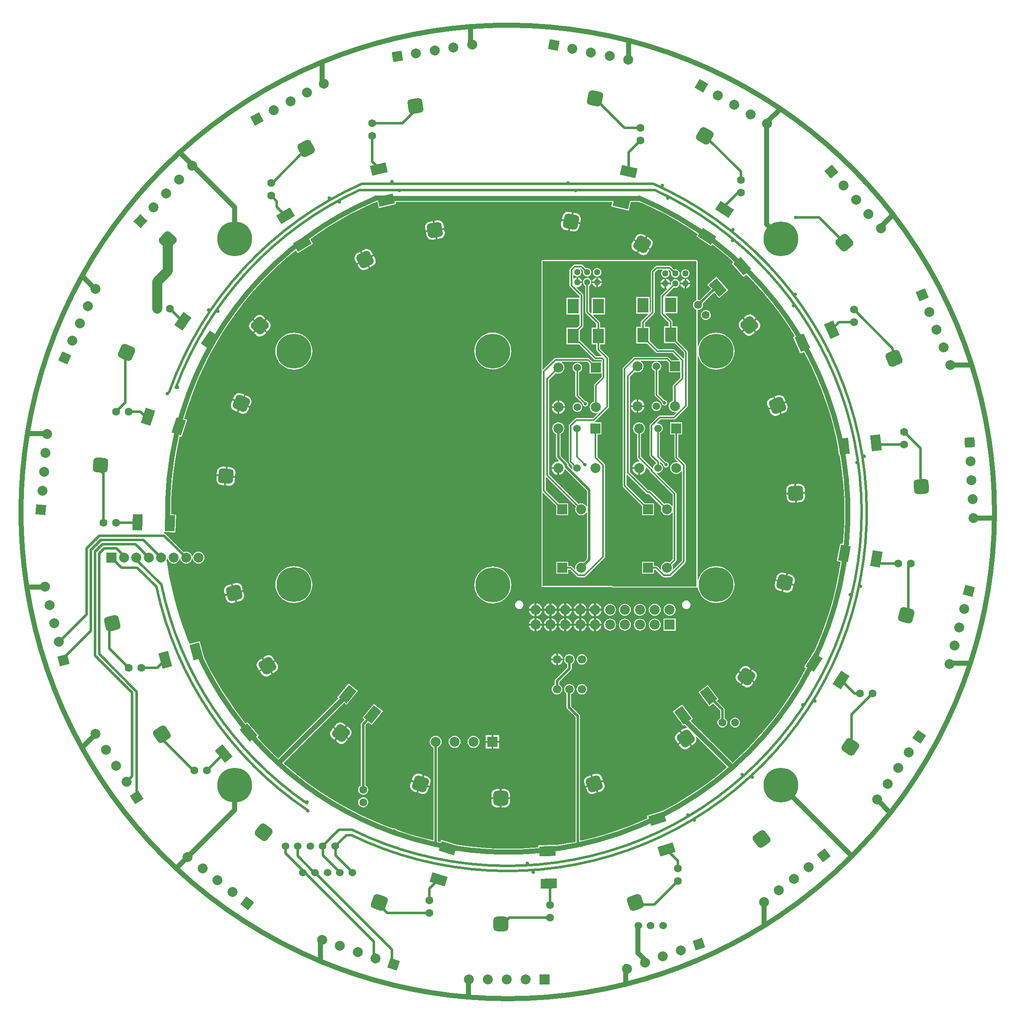
<source format=gbl>
G04*
G04 #@! TF.GenerationSoftware,Altium Limited,Altium Designer,23.11.1 (41)*
G04*
G04 Layer_Physical_Order=2*
G04 Layer_Color=16711680*
%FSLAX43Y43*%
%MOMM*%
G71*
G04*
G04 #@! TF.SameCoordinates,128D2ADB-0047-4A34-82FD-57E8471D3911*
G04*
G04*
G04 #@! TF.FilePolarity,Positive*
G04*
G01*
G75*
%ADD19C,2.000*%
%ADD21C,1.700*%
%ADD71C,0.350*%
%ADD72C,0.500*%
%ADD73C,1.000*%
G04:AMPARAMS|DCode=74|XSize=3mm|YSize=3mm|CornerRadius=0.75mm|HoleSize=0mm|Usage=FLASHONLY|Rotation=202.000|XOffset=0mm|YOffset=0mm|HoleType=Round|Shape=RoundedRectangle|*
%AMROUNDEDRECTD74*
21,1,3.000,1.500,0,0,202.0*
21,1,1.500,3.000,0,0,202.0*
1,1,1.500,-0.976,0.414*
1,1,1.500,0.414,0.976*
1,1,1.500,0.976,-0.414*
1,1,1.500,-0.414,-0.976*
%
%ADD74ROUNDEDRECTD74*%
%ADD75C,1.600*%
%ADD76C,7.000*%
%ADD77C,2.000*%
%ADD78R,2.000X2.000*%
%ADD79P,2.828X4X244.0*%
G04:AMPARAMS|DCode=80|XSize=3mm|YSize=3mm|CornerRadius=0.75mm|HoleSize=0mm|Usage=FLASHONLY|Rotation=14.000|XOffset=0mm|YOffset=0mm|HoleType=Round|Shape=RoundedRectangle|*
%AMROUNDEDRECTD80*
21,1,3.000,1.500,0,0,14.0*
21,1,1.500,3.000,0,0,14.0*
1,1,1.500,0.909,-0.546*
1,1,1.500,-0.546,-0.909*
1,1,1.500,-0.909,0.546*
1,1,1.500,0.546,0.909*
%
%ADD80ROUNDEDRECTD80*%
%ADD81C,1.300*%
%ADD82C,1.524*%
G04:AMPARAMS|DCode=83|XSize=3mm|YSize=3mm|CornerRadius=0.75mm|HoleSize=0mm|Usage=FLASHONLY|Rotation=109.000|XOffset=0mm|YOffset=0mm|HoleType=Round|Shape=RoundedRectangle|*
%AMROUNDEDRECTD83*
21,1,3.000,1.500,0,0,109.0*
21,1,1.500,3.000,0,0,109.0*
1,1,1.500,0.465,0.953*
1,1,1.500,0.953,-0.465*
1,1,1.500,-0.465,-0.953*
1,1,1.500,-0.953,0.465*
%
%ADD83ROUNDEDRECTD83*%
G04:AMPARAMS|DCode=84|XSize=3mm|YSize=3mm|CornerRadius=0.75mm|HoleSize=0mm|Usage=FLASHONLY|Rotation=298.000|XOffset=0mm|YOffset=0mm|HoleType=Round|Shape=RoundedRectangle|*
%AMROUNDEDRECTD84*
21,1,3.000,1.500,0,0,298.0*
21,1,1.500,3.000,0,0,298.0*
1,1,1.500,-0.310,-1.014*
1,1,1.500,-1.014,0.310*
1,1,1.500,0.310,1.014*
1,1,1.500,1.014,-0.310*
%
%ADD84ROUNDEDRECTD84*%
%ADD85P,2.828X4X206.0*%
%ADD86P,2.828X4X281.0*%
%ADD87P,2.828X4X375.0*%
%ADD88P,2.828X4X73.0*%
%ADD89P,2.828X4X92.0*%
G04:AMPARAMS|DCode=90|XSize=3mm|YSize=3mm|CornerRadius=0.75mm|HoleSize=0mm|Usage=FLASHONLY|Rotation=52.000|XOffset=0mm|YOffset=0mm|HoleType=Round|Shape=RoundedRectangle|*
%AMROUNDEDRECTD90*
21,1,3.000,1.500,0,0,52.0*
21,1,1.500,3.000,0,0,52.0*
1,1,1.500,1.053,0.129*
1,1,1.500,0.129,-1.053*
1,1,1.500,-1.053,-0.129*
1,1,1.500,-0.129,1.053*
%
%ADD90ROUNDEDRECTD90*%
G04:AMPARAMS|DCode=91|XSize=3mm|YSize=3mm|CornerRadius=0.75mm|HoleSize=0mm|Usage=FLASHONLY|Rotation=90.000|XOffset=0mm|YOffset=0mm|HoleType=Round|Shape=RoundedRectangle|*
%AMROUNDEDRECTD91*
21,1,3.000,1.500,0,0,90.0*
21,1,1.500,3.000,0,0,90.0*
1,1,1.500,0.750,0.750*
1,1,1.500,0.750,-0.750*
1,1,1.500,-0.750,-0.750*
1,1,1.500,-0.750,0.750*
%
%ADD91ROUNDEDRECTD91*%
G04:AMPARAMS|DCode=92|XSize=3mm|YSize=3mm|CornerRadius=0.75mm|HoleSize=0mm|Usage=FLASHONLY|Rotation=33.000|XOffset=0mm|YOffset=0mm|HoleType=Round|Shape=RoundedRectangle|*
%AMROUNDEDRECTD92*
21,1,3.000,1.500,0,0,33.0*
21,1,1.500,3.000,0,0,33.0*
1,1,1.500,1.037,-0.221*
1,1,1.500,-0.221,-1.037*
1,1,1.500,-1.037,0.221*
1,1,1.500,0.221,1.037*
%
%ADD92ROUNDEDRECTD92*%
G04:AMPARAMS|DCode=93|XSize=3mm|YSize=3mm|CornerRadius=0.75mm|HoleSize=0mm|Usage=FLASHONLY|Rotation=355.000|XOffset=0mm|YOffset=0mm|HoleType=Round|Shape=RoundedRectangle|*
%AMROUNDEDRECTD93*
21,1,3.000,1.500,0,0,355.0*
21,1,1.500,3.000,0,0,355.0*
1,1,1.500,0.682,-0.813*
1,1,1.500,-0.813,-0.682*
1,1,1.500,-0.682,0.813*
1,1,1.500,0.813,0.682*
%
%ADD93ROUNDEDRECTD93*%
G04:AMPARAMS|DCode=94|XSize=3mm|YSize=3mm|CornerRadius=0.75mm|HoleSize=0mm|Usage=FLASHONLY|Rotation=259.000|XOffset=0mm|YOffset=0mm|HoleType=Round|Shape=RoundedRectangle|*
%AMROUNDEDRECTD94*
21,1,3.000,1.500,0,0,259.0*
21,1,1.500,3.000,0,0,259.0*
1,1,1.500,-0.879,-0.593*
1,1,1.500,-0.593,0.879*
1,1,1.500,0.879,0.593*
1,1,1.500,0.593,-0.879*
%
%ADD94ROUNDEDRECTD94*%
G04:AMPARAMS|DCode=95|XSize=3mm|YSize=3mm|CornerRadius=0.75mm|HoleSize=0mm|Usage=FLASHONLY|Rotation=240.000|XOffset=0mm|YOffset=0mm|HoleType=Round|Shape=RoundedRectangle|*
%AMROUNDEDRECTD95*
21,1,3.000,1.500,0,0,240.0*
21,1,1.500,3.000,0,0,240.0*
1,1,1.500,-1.025,-0.275*
1,1,1.500,-0.275,1.025*
1,1,1.500,1.025,0.275*
1,1,1.500,0.275,-1.025*
%
%ADD95ROUNDEDRECTD95*%
G04:AMPARAMS|DCode=96|XSize=3mm|YSize=3mm|CornerRadius=0.75mm|HoleSize=0mm|Usage=FLASHONLY|Rotation=221.000|XOffset=0mm|YOffset=0mm|HoleType=Round|Shape=RoundedRectangle|*
%AMROUNDEDRECTD96*
21,1,3.000,1.500,0,0,221.0*
21,1,1.500,3.000,0,0,221.0*
1,1,1.500,-1.058,0.074*
1,1,1.500,0.074,1.058*
1,1,1.500,1.058,-0.074*
1,1,1.500,-0.074,-1.058*
%
%ADD96ROUNDEDRECTD96*%
G04:AMPARAMS|DCode=97|XSize=3mm|YSize=3mm|CornerRadius=0.75mm|HoleSize=0mm|Usage=FLASHONLY|Rotation=183.000|XOffset=0mm|YOffset=0mm|HoleType=Round|Shape=RoundedRectangle|*
%AMROUNDEDRECTD97*
21,1,3.000,1.500,0,0,183.0*
21,1,1.500,3.000,0,0,183.0*
1,1,1.500,-0.788,0.710*
1,1,1.500,0.710,0.788*
1,1,1.500,0.788,-0.710*
1,1,1.500,-0.710,-0.788*
%
%ADD97ROUNDEDRECTD97*%
G04:AMPARAMS|DCode=98|XSize=3mm|YSize=3mm|CornerRadius=0.75mm|HoleSize=0mm|Usage=FLASHONLY|Rotation=165.000|XOffset=0mm|YOffset=0mm|HoleType=Round|Shape=RoundedRectangle|*
%AMROUNDEDRECTD98*
21,1,3.000,1.500,0,0,165.0*
21,1,1.500,3.000,0,0,165.0*
1,1,1.500,-0.530,0.919*
1,1,1.500,0.919,0.530*
1,1,1.500,0.530,-0.919*
1,1,1.500,-0.919,-0.530*
%
%ADD98ROUNDEDRECTD98*%
G04:AMPARAMS|DCode=99|XSize=3mm|YSize=3mm|CornerRadius=0.75mm|HoleSize=0mm|Usage=FLASHONLY|Rotation=146.000|XOffset=0mm|YOffset=0mm|HoleType=Round|Shape=RoundedRectangle|*
%AMROUNDEDRECTD99*
21,1,3.000,1.500,0,0,146.0*
21,1,1.500,3.000,0,0,146.0*
1,1,1.500,-0.202,1.041*
1,1,1.500,1.041,0.202*
1,1,1.500,0.202,-1.041*
1,1,1.500,-1.041,-0.202*
%
%ADD99ROUNDEDRECTD99*%
G04:AMPARAMS|DCode=100|XSize=3mm|YSize=3mm|CornerRadius=0.75mm|HoleSize=0mm|Usage=FLASHONLY|Rotation=127.000|XOffset=0mm|YOffset=0mm|HoleType=Round|Shape=RoundedRectangle|*
%AMROUNDEDRECTD100*
21,1,3.000,1.500,0,0,127.0*
21,1,1.500,3.000,0,0,127.0*
1,1,1.500,0.148,1.050*
1,1,1.500,1.050,-0.148*
1,1,1.500,-0.148,-1.050*
1,1,1.500,-1.050,0.148*
%
%ADD100ROUNDEDRECTD100*%
G04:AMPARAMS|DCode=101|XSize=3mm|YSize=3mm|CornerRadius=0.75mm|HoleSize=0mm|Usage=FLASHONLY|Rotation=71.000|XOffset=0mm|YOffset=0mm|HoleType=Round|Shape=RoundedRectangle|*
%AMROUNDEDRECTD101*
21,1,3.000,1.500,0,0,71.0*
21,1,1.500,3.000,0,0,71.0*
1,1,1.500,0.953,0.465*
1,1,1.500,0.465,-0.953*
1,1,1.500,-0.953,-0.465*
1,1,1.500,-0.465,0.953*
%
%ADD101ROUNDEDRECTD101*%
%ADD102P,2.828X4X130.0*%
%ADD103P,2.828X4X149.0*%
%ADD104P,2.828X4X168.0*%
%ADD105P,2.828X4X187.0*%
G04:AMPARAMS|DCode=106|XSize=3mm|YSize=3mm|CornerRadius=0.75mm|HoleSize=0mm|Usage=FLASHONLY|Rotation=279.000|XOffset=0mm|YOffset=0mm|HoleType=Round|Shape=RoundedRectangle|*
%AMROUNDEDRECTD106*
21,1,3.000,1.500,0,0,279.0*
21,1,1.500,3.000,0,0,279.0*
1,1,1.500,-0.623,-0.858*
1,1,1.500,-0.858,0.623*
1,1,1.500,0.623,0.858*
1,1,1.500,0.858,-0.623*
%
%ADD106ROUNDEDRECTD106*%
G04:AMPARAMS|DCode=107|XSize=3mm|YSize=3mm|CornerRadius=0.75mm|HoleSize=0mm|Usage=FLASHONLY|Rotation=336.000|XOffset=0mm|YOffset=0mm|HoleType=Round|Shape=RoundedRectangle|*
%AMROUNDEDRECTD107*
21,1,3.000,1.500,0,0,336.0*
21,1,1.500,3.000,0,0,336.0*
1,1,1.500,0.380,-0.990*
1,1,1.500,-0.990,-0.380*
1,1,1.500,-0.380,0.990*
1,1,1.500,0.990,0.380*
%
%ADD107ROUNDEDRECTD107*%
G04:AMPARAMS|DCode=108|XSize=3mm|YSize=3mm|CornerRadius=0.75mm|HoleSize=0mm|Usage=FLASHONLY|Rotation=317.000|XOffset=0mm|YOffset=0mm|HoleType=Round|Shape=RoundedRectangle|*
%AMROUNDEDRECTD108*
21,1,3.000,1.500,0,0,317.0*
21,1,1.500,3.000,0,0,317.0*
1,1,1.500,0.037,-1.060*
1,1,1.500,-1.060,-0.037*
1,1,1.500,-0.037,1.060*
1,1,1.500,1.060,0.037*
%
%ADD108ROUNDEDRECTD108*%
%ADD109P,2.828X4X263.0*%
%ADD110P,2.828X4X300.0*%
%ADD111P,2.828X4X318.0*%
%ADD112P,2.828X4X337.0*%
%ADD113P,2.828X4X356.0*%
%ADD114P,2.828X4X394.0*%
%ADD115P,2.828X4X54.0*%
%ADD116P,2.828X4X111.0*%
%ADD117C,0.700*%
%ADD118R,2.300X3.000*%
G04:AMPARAMS|DCode=119|XSize=2mm|YSize=3.2mm|CornerRadius=0mm|HoleSize=0mm|Usage=FLASHONLY|Rotation=342.000|XOffset=0mm|YOffset=0mm|HoleType=Round|Shape=Rectangle|*
%AMROTATEDRECTD119*
4,1,4,-1.445,-1.213,-0.457,1.831,1.445,1.213,0.457,-1.831,-1.445,-1.213,0.0*
%
%ADD119ROTATEDRECTD119*%

G04:AMPARAMS|DCode=120|XSize=2mm|YSize=3.2mm|CornerRadius=0mm|HoleSize=0mm|Usage=FLASHONLY|Rotation=325.000|XOffset=0mm|YOffset=0mm|HoleType=Round|Shape=Rectangle|*
%AMROTATEDRECTD120*
4,1,4,-1.737,-0.737,0.099,1.884,1.737,0.737,-0.099,-1.884,-1.737,-0.737,0.0*
%
%ADD120ROTATEDRECTD120*%

G04:AMPARAMS|DCode=121|XSize=2mm|YSize=3.2mm|CornerRadius=0mm|HoleSize=0mm|Usage=FLASHONLY|Rotation=301.000|XOffset=0mm|YOffset=0mm|HoleType=Round|Shape=Rectangle|*
%AMROTATEDRECTD121*
4,1,4,-1.887,0.033,0.856,1.681,1.887,-0.033,-0.856,-1.681,-1.887,0.033,0.0*
%
%ADD121ROTATEDRECTD121*%

G04:AMPARAMS|DCode=122|XSize=2mm|YSize=3.2mm|CornerRadius=0mm|HoleSize=0mm|Usage=FLASHONLY|Rotation=283.000|XOffset=0mm|YOffset=0mm|HoleType=Round|Shape=Rectangle|*
%AMROTATEDRECTD122*
4,1,4,-1.784,0.614,1.334,1.334,1.784,-0.614,-1.334,-1.334,-1.784,0.614,0.0*
%
%ADD122ROTATEDRECTD122*%

G04:AMPARAMS|DCode=123|XSize=2mm|YSize=3.2mm|CornerRadius=0mm|HoleSize=0mm|Usage=FLASHONLY|Rotation=257.000|XOffset=0mm|YOffset=0mm|HoleType=Round|Shape=Rectangle|*
%AMROTATEDRECTD123*
4,1,4,-1.334,1.334,1.784,0.614,1.334,-1.334,-1.784,-0.614,-1.334,1.334,0.0*
%
%ADD123ROTATEDRECTD123*%

G04:AMPARAMS|DCode=124|XSize=2mm|YSize=3.2mm|CornerRadius=0mm|HoleSize=0mm|Usage=FLASHONLY|Rotation=237.000|XOffset=0mm|YOffset=0mm|HoleType=Round|Shape=Rectangle|*
%AMROTATEDRECTD124*
4,1,4,-0.797,1.710,1.887,-0.033,0.797,-1.710,-1.887,0.033,-0.797,1.710,0.0*
%
%ADD124ROTATEDRECTD124*%

G04:AMPARAMS|DCode=125|XSize=2mm|YSize=3.2mm|CornerRadius=0mm|HoleSize=0mm|Usage=FLASHONLY|Rotation=41.000|XOffset=0mm|YOffset=0mm|HoleType=Round|Shape=Rectangle|*
%AMROTATEDRECTD125*
4,1,4,0.295,-1.864,-1.804,0.551,-0.295,1.864,1.804,-0.551,0.295,-1.864,0.0*
%
%ADD125ROTATEDRECTD125*%

G04:AMPARAMS|DCode=126|XSize=2mm|YSize=3.2mm|CornerRadius=0mm|HoleSize=0mm|Usage=FLASHONLY|Rotation=204.000|XOffset=0mm|YOffset=0mm|HoleType=Round|Shape=Rectangle|*
%AMROTATEDRECTD126*
4,1,4,0.263,1.868,1.564,-1.055,-0.263,-1.868,-1.564,1.055,0.263,1.868,0.0*
%
%ADD126ROTATEDRECTD126*%

G04:AMPARAMS|DCode=127|XSize=2mm|YSize=3.2mm|CornerRadius=0mm|HoleSize=0mm|Usage=FLASHONLY|Rotation=186.000|XOffset=0mm|YOffset=0mm|HoleType=Round|Shape=Rectangle|*
%AMROTATEDRECTD127*
4,1,4,0.827,1.696,1.162,-1.487,-0.827,-1.696,-1.162,1.487,0.827,1.696,0.0*
%
%ADD127ROTATEDRECTD127*%

G04:AMPARAMS|DCode=128|XSize=2mm|YSize=3.2mm|CornerRadius=0mm|HoleSize=0mm|Usage=FLASHONLY|Rotation=170.000|XOffset=0mm|YOffset=0mm|HoleType=Round|Shape=Rectangle|*
%AMROTATEDRECTD128*
4,1,4,1.263,1.402,0.707,-1.749,-1.263,-1.402,-0.707,1.749,1.263,1.402,0.0*
%
%ADD128ROTATEDRECTD128*%

G04:AMPARAMS|DCode=129|XSize=2mm|YSize=3.2mm|CornerRadius=0mm|HoleSize=0mm|Usage=FLASHONLY|Rotation=147.000|XOffset=0mm|YOffset=0mm|HoleType=Round|Shape=Rectangle|*
%AMROTATEDRECTD129*
4,1,4,1.710,0.797,-0.033,-1.887,-1.710,-0.797,0.033,1.887,1.710,0.797,0.0*
%
%ADD129ROTATEDRECTD129*%

G04:AMPARAMS|DCode=130|XSize=2mm|YSize=3.2mm|CornerRadius=0mm|HoleSize=0mm|Usage=FLASHONLY|Rotation=217.000|XOffset=0mm|YOffset=0mm|HoleType=Round|Shape=Rectangle|*
%AMROTATEDRECTD130*
4,1,4,-0.164,1.880,1.762,-0.676,0.164,-1.880,-1.762,0.676,-0.164,1.880,0.0*
%
%ADD130ROTATEDRECTD130*%

G04:AMPARAMS|DCode=131|XSize=2mm|YSize=3.2mm|CornerRadius=0mm|HoleSize=0mm|Usage=FLASHONLY|Rotation=73.000|XOffset=0mm|YOffset=0mm|HoleType=Round|Shape=Rectangle|*
%AMROTATEDRECTD131*
4,1,4,1.238,-1.424,-1.822,-0.489,-1.238,1.424,1.822,0.489,1.238,-1.424,0.0*
%
%ADD131ROTATEDRECTD131*%

G04:AMPARAMS|DCode=132|XSize=2mm|YSize=3.2mm|CornerRadius=0mm|HoleSize=0mm|Usage=FLASHONLY|Rotation=141.000|XOffset=0mm|YOffset=0mm|HoleType=Round|Shape=Rectangle|*
%AMROTATEDRECTD132*
4,1,4,1.784,0.614,-0.230,-1.873,-1.784,-0.614,0.230,1.873,1.784,0.614,0.0*
%
%ADD132ROTATEDRECTD132*%

G04:AMPARAMS|DCode=133|XSize=2mm|YSize=3.2mm|CornerRadius=0mm|HoleSize=0mm|Usage=FLASHONLY|Rotation=107.000|XOffset=0mm|YOffset=0mm|HoleType=Round|Shape=Rectangle|*
%AMROTATEDRECTD133*
4,1,4,1.822,-0.489,-1.238,-1.424,-1.822,0.489,1.238,1.424,1.822,-0.489,0.0*
%
%ADD133ROTATEDRECTD133*%

G04:AMPARAMS|DCode=134|XSize=2mm|YSize=3.2mm|CornerRadius=0mm|HoleSize=0mm|Usage=FLASHONLY|Rotation=92.000|XOffset=0mm|YOffset=0mm|HoleType=Round|Shape=Rectangle|*
%AMROTATEDRECTD134*
4,1,4,1.634,-0.944,-1.564,-1.055,-1.634,0.944,1.564,1.055,1.634,-0.944,0.0*
%
%ADD134ROTATEDRECTD134*%

G04:AMPARAMS|DCode=135|XSize=2mm|YSize=3.2mm|CornerRadius=0mm|HoleSize=0mm|Usage=FLASHONLY|Rotation=40.000|XOffset=0mm|YOffset=0mm|HoleType=Round|Shape=Rectangle|*
%AMROTATEDRECTD135*
4,1,4,0.262,-1.868,-1.795,0.583,-0.262,1.868,1.795,-0.583,0.262,-1.868,0.0*
%
%ADD135ROTATEDRECTD135*%

G04:AMPARAMS|DCode=136|XSize=2mm|YSize=3.2mm|CornerRadius=0mm|HoleSize=0mm|Usage=FLASHONLY|Rotation=15.000|XOffset=0mm|YOffset=0mm|HoleType=Round|Shape=Rectangle|*
%AMROTATEDRECTD136*
4,1,4,-0.552,-1.804,-1.380,1.287,0.552,1.804,1.380,-1.287,-0.552,-1.804,0.0*
%
%ADD136ROTATEDRECTD136*%

G04:AMPARAMS|DCode=137|XSize=2mm|YSize=3.2mm|CornerRadius=0mm|HoleSize=0mm|Usage=FLASHONLY|Rotation=358.000|XOffset=0mm|YOffset=0mm|HoleType=Round|Shape=Rectangle|*
%AMROTATEDRECTD137*
4,1,4,-1.055,-1.564,-0.944,1.634,1.055,1.564,0.944,-1.634,-1.055,-1.564,0.0*
%
%ADD137ROTATEDRECTD137*%

G36*
X-26233Y62401D02*
X-25948Y61162D01*
X-22440Y61972D01*
X-22523Y62334D01*
X-22444Y62434D01*
X20996D01*
X21075Y62334D01*
X20873Y61457D01*
X24381Y60647D01*
X24793Y62434D01*
X26408D01*
X27112Y62142D01*
X29417Y61085D01*
X31680Y59942D01*
X33900Y58716D01*
X36071Y57407D01*
X38193Y56018D01*
X38283Y55954D01*
X37959Y55457D01*
X40979Y53496D01*
X41146Y53754D01*
X41271Y53776D01*
X42272Y53008D01*
X44225Y51390D01*
X45366Y50370D01*
X45365Y50243D01*
X45110Y50022D01*
X47472Y47305D01*
X48061Y47817D01*
X49700Y46115D01*
X51390Y44225D01*
X53008Y42272D01*
X54551Y40261D01*
X56018Y38193D01*
X57407Y36071D01*
X57788Y35440D01*
X57750Y35318D01*
X57461Y35190D01*
X58925Y31901D01*
X59644Y32221D01*
X59942Y31680D01*
X61085Y29417D01*
X62142Y27112D01*
X63112Y24770D01*
X63994Y22393D01*
X64787Y19984D01*
X65489Y17548D01*
X66099Y15087D01*
X66464Y13338D01*
X66673Y11349D01*
X66828Y11366D01*
X67042Y10105D01*
X67373Y7591D01*
X67610Y5067D01*
X67752Y2535D01*
X67799Y0D01*
X67752Y-2535D01*
X67610Y-5067D01*
X67487Y-6369D01*
X67386Y-6446D01*
X66923Y-6365D01*
X66298Y-9910D01*
X67050Y-10043D01*
X67042Y-10105D01*
X66617Y-12605D01*
X66099Y-15087D01*
X65489Y-17548D01*
X64787Y-19984D01*
X63994Y-22393D01*
X63112Y-24770D01*
X62142Y-27112D01*
X61669Y-28144D01*
X61630Y-28155D01*
X61630D01*
X59669Y-31174D01*
X60067Y-31433D01*
X59942Y-31680D01*
X58716Y-33900D01*
X57407Y-36071D01*
X56018Y-38193D01*
X54551Y-40261D01*
X53008Y-42272D01*
X51390Y-44225D01*
X49700Y-46115D01*
X47941Y-47941D01*
X46115Y-49700D01*
X45249Y-50475D01*
X36855Y-42081D01*
X36864Y-41954D01*
X37287Y-41635D01*
X35121Y-38760D01*
X33204Y-40204D01*
X35371Y-43080D01*
X35648Y-42871D01*
X36130Y-43353D01*
X36077Y-43480D01*
X35863Y-43478D01*
X35582Y-43551D01*
X35330Y-43693D01*
X34871Y-44039D01*
X35990Y-45524D01*
X37109Y-47009D01*
X37568Y-46663D01*
X37775Y-46460D01*
X37922Y-46211D01*
X37999Y-45932D01*
X38002Y-45642D01*
X37929Y-45362D01*
X37891Y-45293D01*
X37993Y-45216D01*
X44126Y-51349D01*
X44120Y-51476D01*
X42272Y-53008D01*
X40261Y-54551D01*
X38193Y-56018D01*
X36071Y-57407D01*
X33900Y-58716D01*
X31680Y-59942D01*
X31174Y-60198D01*
X28032Y-61159D01*
X28182Y-61651D01*
X27112Y-62142D01*
X24770Y-63112D01*
X22393Y-63994D01*
X19984Y-64787D01*
X17548Y-65489D01*
X15245Y-66060D01*
X15121Y-66089D01*
X14998Y-66118D01*
X14668Y-66187D01*
X14569Y-66107D01*
Y-41131D01*
X14534Y-40955D01*
X14435Y-40807D01*
X12750Y-39121D01*
Y-36680D01*
X12953Y-36595D01*
X13173Y-36427D01*
X13341Y-36208D01*
X13447Y-35952D01*
X13483Y-35678D01*
X13447Y-35404D01*
X13341Y-35149D01*
X13173Y-34929D01*
X12953Y-34761D01*
X12698Y-34655D01*
X12424Y-34619D01*
X12150Y-34655D01*
X11894Y-34761D01*
X11675Y-34929D01*
X11507Y-35149D01*
X11401Y-35404D01*
X11365Y-35678D01*
X11401Y-35952D01*
X11507Y-36208D01*
X11675Y-36427D01*
X11832Y-36548D01*
Y-39311D01*
X11867Y-39487D01*
X11966Y-39636D01*
X13652Y-41321D01*
Y-66399D01*
X12806Y-66575D01*
X12806Y-66575D01*
X12756Y-66585D01*
X12753Y-66586D01*
X12686Y-66600D01*
X12605Y-66617D01*
X10105Y-67042D01*
X9829Y-67078D01*
X9760Y-67020D01*
Y-67020D01*
X6162Y-67145D01*
X6175Y-67506D01*
X5067Y-67610D01*
X2535Y-67752D01*
X0Y-67799D01*
X-2535Y-67752D01*
X-5067Y-67610D01*
X-7591Y-67373D01*
X-10105Y-67042D01*
X-10193Y-67027D01*
X-13389Y-66050D01*
X-13505Y-66429D01*
X-14051Y-66315D01*
Y-47409D01*
X-13905Y-47348D01*
X-13654Y-47156D01*
X-13462Y-46905D01*
X-13341Y-46613D01*
X-13300Y-46300D01*
X-13341Y-45987D01*
X-13462Y-45695D01*
X-13654Y-45444D01*
X-13905Y-45252D01*
X-14197Y-45131D01*
X-14510Y-45090D01*
X-14823Y-45131D01*
X-15115Y-45252D01*
X-15366Y-45444D01*
X-15558Y-45695D01*
X-15679Y-45987D01*
X-15720Y-46300D01*
X-15679Y-46613D01*
X-15558Y-46905D01*
X-15366Y-47156D01*
X-15115Y-47348D01*
X-14969Y-47409D01*
Y-66023D01*
X-15059Y-66096D01*
X-15096Y-66097D01*
X-17548Y-65489D01*
X-19984Y-64787D01*
X-22319Y-64019D01*
X-22411Y-63899D01*
X-22558Y-63786D01*
X-22728Y-63716D01*
X-22911Y-63692D01*
X-23093Y-63716D01*
X-23117Y-63726D01*
X-24770Y-63112D01*
X-27112Y-62142D01*
X-29417Y-61085D01*
X-31680Y-59942D01*
X-33900Y-58716D01*
X-36071Y-57407D01*
X-38193Y-56018D01*
X-40261Y-54551D01*
X-42272Y-53008D01*
X-44225Y-51390D01*
X-45050Y-50652D01*
X-45054Y-50525D01*
X-32950Y-38421D01*
X-32422Y-38849D01*
X-30156Y-36051D01*
X-32022Y-34541D01*
X-34287Y-37338D01*
X-34127Y-37468D01*
X-34120Y-37595D01*
X-46172Y-49646D01*
X-47941Y-47941D01*
X-49700Y-46115D01*
X-50342Y-45397D01*
X-50333Y-45270D01*
X-50094Y-45070D01*
X-52408Y-42313D01*
X-52673Y-42535D01*
X-52799Y-42523D01*
X-53008Y-42272D01*
X-54551Y-40261D01*
X-56018Y-38193D01*
X-57407Y-36071D01*
X-58716Y-33900D01*
X-59942Y-31680D01*
X-61085Y-29417D01*
X-61143Y-29291D01*
X-62014Y-26037D01*
X-64049Y-26583D01*
X-64347Y-25880D01*
X-65164Y-23763D01*
X-65910Y-21620D01*
X-66585Y-19454D01*
X-67189Y-17267D01*
X-67720Y-15062D01*
X-68179Y-12840D01*
X-68564Y-10604D01*
X-68684Y-9743D01*
X-68587Y-9508D01*
X-68570Y-9380D01*
X-68442D01*
X-68425Y-9508D01*
X-68304Y-9800D01*
X-68112Y-10051D01*
X-67861Y-10243D01*
X-67569Y-10364D01*
X-67256Y-10405D01*
X-66943Y-10364D01*
X-66651Y-10243D01*
X-66400Y-10051D01*
X-66208Y-9800D01*
X-66087Y-9508D01*
X-66070Y-9380D01*
X-65942D01*
X-65925Y-9508D01*
X-65804Y-9800D01*
X-65612Y-10051D01*
X-65361Y-10243D01*
X-65069Y-10364D01*
X-64756Y-10405D01*
X-64443Y-10364D01*
X-64151Y-10243D01*
X-63900Y-10051D01*
X-63708Y-9800D01*
X-63587Y-9508D01*
X-63570Y-9380D01*
X-63442D01*
X-63425Y-9508D01*
X-63304Y-9800D01*
X-63112Y-10051D01*
X-62861Y-10243D01*
X-62569Y-10364D01*
X-62256Y-10405D01*
X-61943Y-10364D01*
X-61651Y-10243D01*
X-61400Y-10051D01*
X-61208Y-9800D01*
X-61087Y-9508D01*
X-61045Y-9195D01*
X-61087Y-8882D01*
X-61208Y-8590D01*
X-61400Y-8339D01*
X-61651Y-8147D01*
X-61943Y-8026D01*
X-62256Y-7985D01*
X-62569Y-8026D01*
X-62861Y-8147D01*
X-63112Y-8339D01*
X-63304Y-8590D01*
X-63425Y-8882D01*
X-63442Y-9010D01*
X-63570D01*
X-63587Y-8882D01*
X-63708Y-8590D01*
X-63900Y-8339D01*
X-64151Y-8147D01*
X-64443Y-8026D01*
X-64756Y-7985D01*
X-65069Y-8026D01*
X-65215Y-8087D01*
X-68843Y-4459D01*
X-68992Y-4360D01*
X-69167Y-4325D01*
X-69242D01*
X-69255Y-4137D01*
X-69167Y-4046D01*
X-66891Y-4125D01*
X-66765Y-527D01*
X-67790Y-492D01*
X-67799Y0D01*
X-67752Y2535D01*
X-67610Y5067D01*
X-67373Y7591D01*
X-67042Y10105D01*
X-66617Y12605D01*
X-66099Y15087D01*
X-66084Y15147D01*
X-65973Y15208D01*
X-65674Y15111D01*
X-64561Y18535D01*
X-65150Y18726D01*
X-64787Y19984D01*
X-63994Y22393D01*
X-63112Y24770D01*
X-62142Y27112D01*
X-61085Y29417D01*
X-59942Y31680D01*
X-58716Y33900D01*
X-57407Y36071D01*
X-56018Y38193D01*
X-54551Y40261D01*
X-53008Y42272D01*
X-51390Y44225D01*
X-49700Y46115D01*
X-47941Y47941D01*
X-46115Y49700D01*
X-44225Y51390D01*
X-42732Y52627D01*
X-42606Y52605D01*
X-42299Y52094D01*
X-39213Y53948D01*
X-39780Y54892D01*
X-38193Y56018D01*
X-36071Y57407D01*
X-33900Y58716D01*
X-31680Y59942D01*
X-29417Y61085D01*
X-27112Y62142D01*
X-26369Y62450D01*
X-26233Y62401D01*
D02*
G37*
%LPC*%
G36*
X12048Y60438D02*
X11764Y60380D01*
X11505Y60251D01*
X11288Y60059D01*
X11128Y59817D01*
X11036Y59543D01*
X10927Y58978D01*
X12580Y58657D01*
X12902Y60310D01*
X12337Y60420D01*
X12048Y60438D01*
D02*
G37*
G36*
X13245Y60243D02*
X12924Y58590D01*
X14577Y58268D01*
X14687Y58833D01*
X14705Y59122D01*
X14647Y59406D01*
X14518Y59665D01*
X14326Y59882D01*
X14084Y60042D01*
X13810Y60134D01*
X13245Y60243D01*
D02*
G37*
G36*
X-13898Y58716D02*
X-14187Y58709D01*
X-14755Y58619D01*
X-14492Y56955D01*
X-12828Y57218D01*
X-12918Y57786D01*
X-13000Y58064D01*
X-13152Y58311D01*
X-13362Y58510D01*
X-13616Y58649D01*
X-13898Y58716D01*
D02*
G37*
G36*
X10860Y58635D02*
X10750Y58070D01*
X10733Y57781D01*
X10790Y57497D01*
X10920Y57238D01*
X11111Y57021D01*
X11353Y56861D01*
X11628Y56769D01*
X12192Y56660D01*
X12513Y58313D01*
X10860Y58635D01*
D02*
G37*
G36*
X-15101Y58564D02*
X-15669Y58474D01*
X-15947Y58392D01*
X-16194Y58240D01*
X-16393Y58030D01*
X-16531Y57776D01*
X-16599Y57494D01*
X-16591Y57205D01*
X-16501Y56637D01*
X-14838Y56900D01*
X-15101Y58564D01*
D02*
G37*
G36*
X12857Y58246D02*
X12536Y56593D01*
X13100Y56483D01*
X13389Y56465D01*
X13673Y56523D01*
X13932Y56652D01*
X14149Y56844D01*
X14309Y57086D01*
X14401Y57361D01*
X14511Y57925D01*
X12857Y58246D01*
D02*
G37*
G36*
X-12773Y56873D02*
X-14437Y56609D01*
X-14174Y54945D01*
X-13606Y55035D01*
X-13328Y55118D01*
X-13081Y55269D01*
X-12882Y55479D01*
X-12743Y55734D01*
X-12676Y56015D01*
X-12683Y56305D01*
X-12773Y56873D01*
D02*
G37*
G36*
X-14783Y56555D02*
X-16447Y56291D01*
X-16357Y55723D01*
X-16274Y55445D01*
X-16123Y55198D01*
X-15913Y54999D01*
X-15658Y54861D01*
X-15377Y54793D01*
X-15087Y54801D01*
X-14519Y54891D01*
X-14783Y56555D01*
D02*
G37*
G36*
X26775Y55983D02*
X26487Y55945D01*
X26220Y55834D01*
X25990Y55658D01*
X25814Y55428D01*
X25526Y54930D01*
X26985Y54088D01*
X27827Y55547D01*
X27329Y55834D01*
X27062Y55945D01*
X26775Y55983D01*
D02*
G37*
G36*
X28130Y55372D02*
X27288Y53913D01*
X28747Y53071D01*
X29034Y53569D01*
X29145Y53836D01*
X29183Y54123D01*
X29145Y54411D01*
X29034Y54678D01*
X28858Y54908D01*
X28628Y55084D01*
X28130Y55372D01*
D02*
G37*
G36*
X25351Y54627D02*
X25064Y54129D01*
X24953Y53862D01*
X24915Y53574D01*
X24953Y53287D01*
X25064Y53020D01*
X25240Y52790D01*
X25470Y52614D01*
X25968Y52326D01*
X26810Y53785D01*
X25351Y54627D01*
D02*
G37*
G36*
X27113Y53610D02*
X26271Y52151D01*
X26769Y51864D01*
X27036Y51753D01*
X27324Y51715D01*
X27611Y51753D01*
X27878Y51864D01*
X28108Y52040D01*
X28284Y52270D01*
X28572Y52768D01*
X27113Y53610D01*
D02*
G37*
G36*
X-28369Y52937D02*
X-28657Y52909D01*
X-28928Y52808D01*
X-29436Y52538D01*
X-28645Y51050D01*
X-27158Y51841D01*
X-27428Y52349D01*
X-27596Y52585D01*
X-27819Y52769D01*
X-28083Y52889D01*
X-28369Y52937D01*
D02*
G37*
G36*
X-29745Y52373D02*
X-30253Y52103D01*
X-30488Y51935D01*
X-30673Y51712D01*
X-30793Y51448D01*
X-30840Y51162D01*
X-30813Y50874D01*
X-30711Y50603D01*
X-30441Y50095D01*
X-28954Y50886D01*
X-29745Y52373D01*
D02*
G37*
G36*
X-26993Y51532D02*
X-28481Y50741D01*
X-27690Y49254D01*
X-27182Y49524D01*
X-26946Y49692D01*
X-26762Y49916D01*
X-26642Y50179D01*
X-26594Y50465D01*
X-26622Y50753D01*
X-26723Y51024D01*
X-26993Y51532D01*
D02*
G37*
G36*
X-28790Y50577D02*
X-30277Y49786D01*
X-30007Y49278D01*
X-29839Y49043D01*
X-29615Y48858D01*
X-29352Y48738D01*
X-29066Y48690D01*
X-28778Y48718D01*
X-28507Y48820D01*
X-27999Y49090D01*
X-28790Y50577D01*
D02*
G37*
G36*
X38000Y50704D02*
X7000D01*
X6922Y50688D01*
X6856Y50644D01*
X6812Y50578D01*
X6796Y50500D01*
Y28728D01*
X6812Y28650D01*
X6856Y28584D01*
X6899Y28430D01*
X6897Y28417D01*
X6868Y28271D01*
Y4272D01*
X6897Y4125D01*
X6899Y4113D01*
X6856Y3959D01*
X6812Y3893D01*
X6796Y3815D01*
Y-14909D01*
X6812Y-14987D01*
X6856Y-15053D01*
X6922Y-15098D01*
X7000Y-15113D01*
X21007D01*
D01*
X21007Y-15113D01*
X21033Y-15140D01*
X21035Y-15142D01*
X21037Y-15144D01*
X21067Y-15165D01*
X21097Y-15186D01*
X21100Y-15187D01*
X21103Y-15188D01*
X21139Y-15196D01*
X21175Y-15204D01*
X21178Y-15203D01*
X21181Y-15204D01*
X38000D01*
X38078Y-15188D01*
X38144Y-15144D01*
X38272Y-15182D01*
X38274Y-15211D01*
X38410Y-15777D01*
X38633Y-16315D01*
X38937Y-16812D01*
X39316Y-17254D01*
X39758Y-17633D01*
X40255Y-17937D01*
X40793Y-18160D01*
X41359Y-18296D01*
X41940Y-18341D01*
X42521Y-18296D01*
X43087Y-18160D01*
X43625Y-17937D01*
X44122Y-17633D01*
X44564Y-17254D01*
X44943Y-16812D01*
X45247Y-16315D01*
X45470Y-15777D01*
X45606Y-15211D01*
X45651Y-14630D01*
X45606Y-14049D01*
X45470Y-13483D01*
X45247Y-12945D01*
X44943Y-12448D01*
X44564Y-12006D01*
X44122Y-11627D01*
X43625Y-11323D01*
X43087Y-11100D01*
X42521Y-10964D01*
X41940Y-10919D01*
X41359Y-10964D01*
X40793Y-11100D01*
X40255Y-11323D01*
X39758Y-11627D01*
X39316Y-12006D01*
X38937Y-12448D01*
X38633Y-12945D01*
X38410Y-13483D01*
X38331Y-13813D01*
X38204Y-13798D01*
Y31538D01*
X38331Y31553D01*
X38410Y31223D01*
X38633Y30685D01*
X38937Y30188D01*
X39316Y29746D01*
X39758Y29367D01*
X40255Y29063D01*
X40793Y28840D01*
X41359Y28704D01*
X41940Y28659D01*
X42521Y28704D01*
X43087Y28840D01*
X43625Y29063D01*
X44122Y29367D01*
X44564Y29746D01*
X44943Y30188D01*
X45247Y30685D01*
X45470Y31223D01*
X45606Y31789D01*
X45651Y32370D01*
X45606Y32951D01*
X45470Y33517D01*
X45247Y34055D01*
X44943Y34552D01*
X44564Y34994D01*
X44122Y35373D01*
X43625Y35677D01*
X43087Y35900D01*
X42521Y36036D01*
X41940Y36081D01*
X41359Y36036D01*
X40793Y35900D01*
X40255Y35677D01*
X39758Y35373D01*
X39316Y34994D01*
X38937Y34552D01*
X38633Y34055D01*
X38410Y33517D01*
X38331Y33187D01*
X38204Y33202D01*
Y40663D01*
X38464Y40665D01*
X38717Y40736D01*
X38944Y40869D01*
X39129Y41057D01*
X39258Y41286D01*
X39324Y41541D01*
X39322Y41804D01*
X39277Y41968D01*
X41469Y44161D01*
X41596Y44157D01*
X42566Y43041D01*
X44378Y44615D01*
X42016Y47332D01*
X40205Y45758D01*
X40932Y44921D01*
X38628Y42618D01*
X38446Y42665D01*
X38294Y42664D01*
X38204Y42753D01*
Y50500D01*
X38188Y50578D01*
X38144Y50644D01*
X38078Y50688D01*
X38000Y50704D01*
D02*
G37*
G36*
X40010Y40664D02*
X39747Y40661D01*
X39493Y40591D01*
X39266Y40457D01*
X39082Y40269D01*
X38952Y40040D01*
X38886Y39785D01*
X38888Y39522D01*
X38959Y39268D01*
X39092Y39041D01*
X39280Y38857D01*
X39509Y38727D01*
X39764Y38661D01*
X40027Y38664D01*
X40281Y38734D01*
X40508Y38868D01*
X40693Y39055D01*
X40822Y39285D01*
X40888Y39539D01*
X40886Y39803D01*
X40815Y40056D01*
X40682Y40283D01*
X40494Y40468D01*
X40265Y40598D01*
X40010Y40664D01*
D02*
G37*
G36*
X48821Y39791D02*
X48532Y39773D01*
X48258Y39681D01*
X48016Y39521D01*
X47582Y39144D01*
X48687Y37873D01*
X49959Y38978D01*
X49581Y39412D01*
X49364Y39604D01*
X49105Y39733D01*
X48821Y39791D01*
D02*
G37*
G36*
X-49976Y39669D02*
X-50261Y39621D01*
X-50525Y39501D01*
X-50748Y39317D01*
X-51141Y38896D01*
X-49909Y37747D01*
X-48760Y38979D01*
X-49180Y39371D01*
X-49416Y39540D01*
X-49687Y39641D01*
X-49976Y39669D01*
D02*
G37*
G36*
X47318Y38914D02*
X46884Y38537D01*
X46692Y38320D01*
X46563Y38061D01*
X46505Y37777D01*
X46523Y37488D01*
X46615Y37214D01*
X46775Y36972D01*
X47152Y36538D01*
X48423Y37643D01*
X47318Y38914D01*
D02*
G37*
G36*
X-48504Y38741D02*
X-49653Y37509D01*
X-48421Y36360D01*
X-48029Y36780D01*
X-47860Y37016D01*
X-47759Y37287D01*
X-47731Y37576D01*
X-47779Y37861D01*
X-47899Y38125D01*
X-48083Y38348D01*
X-48504Y38741D01*
D02*
G37*
G36*
X50188Y38714D02*
X48917Y37609D01*
X50022Y36337D01*
X50456Y36715D01*
X50648Y36931D01*
X50777Y37191D01*
X50835Y37474D01*
X50817Y37764D01*
X50725Y38038D01*
X50565Y38280D01*
X50188Y38714D01*
D02*
G37*
G36*
X-51379Y38640D02*
X-51771Y38220D01*
X-51940Y37984D01*
X-52041Y37713D01*
X-52069Y37424D01*
X-52021Y37139D01*
X-51901Y36875D01*
X-51717Y36652D01*
X-51296Y36259D01*
X-50147Y37491D01*
X-51379Y38640D01*
D02*
G37*
G36*
X48653Y37379D02*
X47381Y36274D01*
X47759Y35840D01*
X47976Y35648D01*
X48235Y35519D01*
X48519Y35461D01*
X48808Y35479D01*
X49082Y35571D01*
X49324Y35730D01*
X49758Y36108D01*
X48653Y37379D01*
D02*
G37*
G36*
X-49891Y37253D02*
X-51040Y36021D01*
X-50620Y35629D01*
X-50384Y35460D01*
X-50113Y35359D01*
X-49824Y35331D01*
X-49539Y35379D01*
X-49275Y35499D01*
X-49052Y35683D01*
X-48659Y36104D01*
X-49891Y37253D01*
D02*
G37*
G36*
X-3000Y36111D02*
X-3581Y36066D01*
X-4147Y35930D01*
X-4685Y35707D01*
X-5182Y35403D01*
X-5624Y35024D01*
X-6003Y34582D01*
X-6307Y34085D01*
X-6530Y33547D01*
X-6666Y32981D01*
X-6711Y32400D01*
X-6666Y31819D01*
X-6530Y31253D01*
X-6307Y30715D01*
X-6003Y30218D01*
X-5624Y29776D01*
X-5182Y29397D01*
X-4685Y29093D01*
X-4147Y28870D01*
X-3581Y28734D01*
X-3000Y28689D01*
X-2419Y28734D01*
X-1853Y28870D01*
X-1315Y29093D01*
X-818Y29397D01*
X-376Y29776D01*
X3Y30218D01*
X307Y30715D01*
X530Y31253D01*
X666Y31819D01*
X711Y32400D01*
X666Y32981D01*
X530Y33547D01*
X307Y34085D01*
X3Y34582D01*
X-376Y35024D01*
X-818Y35403D01*
X-1315Y35707D01*
X-1853Y35930D01*
X-2419Y36066D01*
X-3000Y36111D01*
D02*
G37*
G36*
X-43060Y36081D02*
X-43641Y36036D01*
X-44207Y35900D01*
X-44745Y35677D01*
X-45242Y35373D01*
X-45684Y34994D01*
X-46063Y34552D01*
X-46367Y34055D01*
X-46590Y33517D01*
X-46726Y32951D01*
X-46771Y32370D01*
X-46726Y31789D01*
X-46590Y31223D01*
X-46367Y30685D01*
X-46063Y30188D01*
X-45684Y29746D01*
X-45242Y29367D01*
X-44745Y29063D01*
X-44207Y28840D01*
X-43641Y28704D01*
X-43060Y28659D01*
X-42479Y28704D01*
X-41913Y28840D01*
X-41375Y29063D01*
X-40878Y29367D01*
X-40436Y29746D01*
X-40057Y30188D01*
X-39753Y30685D01*
X-39530Y31223D01*
X-39394Y31789D01*
X-39349Y32370D01*
X-39394Y32951D01*
X-39530Y33517D01*
X-39753Y34055D01*
X-40057Y34552D01*
X-40436Y34994D01*
X-40878Y35373D01*
X-41375Y35677D01*
X-41913Y35900D01*
X-42479Y36036D01*
X-43060Y36081D01*
D02*
G37*
G36*
X-54157Y23943D02*
X-54438Y23875D01*
X-54693Y23737D01*
X-54903Y23537D01*
X-55054Y23290D01*
X-55288Y22765D01*
X-53749Y22080D01*
X-53064Y23619D01*
X-53589Y23853D01*
X-53867Y23935D01*
X-54157Y23943D01*
D02*
G37*
G36*
X54580Y23513D02*
X54300Y23440D01*
X53767Y23225D01*
X54398Y21663D01*
X55960Y22294D01*
X55744Y22827D01*
X55602Y23079D01*
X55399Y23286D01*
X55149Y23433D01*
X54870Y23510D01*
X54580Y23513D01*
D02*
G37*
G36*
X-52744Y23477D02*
X-53430Y21938D01*
X-51891Y21253D01*
X-51657Y21778D01*
X-51575Y22056D01*
X-51567Y22345D01*
X-51635Y22627D01*
X-51773Y22881D01*
X-51972Y23091D01*
X-52219Y23243D01*
X-52744Y23477D01*
D02*
G37*
G36*
X53442Y23094D02*
X52909Y22878D01*
X52657Y22736D01*
X52450Y22533D01*
X52303Y22283D01*
X52226Y22004D01*
X52223Y21714D01*
X52296Y21434D01*
X52511Y20901D01*
X54073Y21532D01*
X53442Y23094D01*
D02*
G37*
G36*
X-55431Y22445D02*
X-55664Y21920D01*
X-55747Y21642D01*
X-55754Y21353D01*
X-55687Y21071D01*
X-55548Y20817D01*
X-55349Y20607D01*
X-55102Y20455D01*
X-54577Y20221D01*
X-53892Y21760D01*
X-55431Y22445D01*
D02*
G37*
G36*
X56091Y21969D02*
X54529Y21338D01*
X55160Y19777D01*
X55693Y19992D01*
X55945Y20135D01*
X56152Y20338D01*
X56299Y20587D01*
X56376Y20866D01*
X56379Y21156D01*
X56306Y21436D01*
X56091Y21969D01*
D02*
G37*
G36*
X-53572Y21618D02*
X-54257Y20079D01*
X-53732Y19845D01*
X-53454Y19763D01*
X-53165Y19755D01*
X-52883Y19823D01*
X-52628Y19961D01*
X-52418Y20161D01*
X-52267Y20408D01*
X-52033Y20933D01*
X-53572Y21618D01*
D02*
G37*
G36*
X54204Y21207D02*
X52643Y20576D01*
X52858Y20043D01*
X53001Y19791D01*
X53204Y19584D01*
X53453Y19437D01*
X53732Y19360D01*
X54022Y19358D01*
X54302Y19430D01*
X54835Y19645D01*
X54204Y21207D01*
D02*
G37*
G36*
X-57328Y9135D02*
X-57618Y9123D01*
X-57894Y9035D01*
X-58138Y8880D01*
X-58334Y8666D01*
X-58468Y8409D01*
X-58530Y8127D01*
X-58581Y7554D01*
X-56902Y7407D01*
X-56756Y9085D01*
X-57328Y9135D01*
D02*
G37*
G36*
X-56407Y9055D02*
X-56554Y7376D01*
X-54876Y7230D01*
X-54826Y7802D01*
X-54838Y8092D01*
X-54925Y8368D01*
X-55081Y8612D01*
X-55294Y8808D01*
X-55551Y8942D01*
X-55834Y9004D01*
X-56407Y9055D01*
D02*
G37*
G36*
X-58611Y7205D02*
X-58661Y6632D01*
X-58649Y6343D01*
X-58561Y6067D01*
X-58406Y5822D01*
X-58192Y5627D01*
X-57935Y5493D01*
X-57653Y5430D01*
X-57080Y5380D01*
X-56933Y7058D01*
X-58611Y7205D01*
D02*
G37*
G36*
X-56584Y7028D02*
X-56731Y5350D01*
X-56158Y5300D01*
X-55869Y5312D01*
X-55593Y5399D01*
X-55348Y5555D01*
X-55153Y5769D01*
X-55019Y6025D01*
X-54956Y6308D01*
X-54906Y6881D01*
X-56584Y7028D01*
D02*
G37*
G36*
X58635Y5666D02*
X58061Y5636D01*
X58149Y3953D01*
X59831Y4042D01*
X59801Y4616D01*
X59748Y4901D01*
X59624Y5162D01*
X59436Y5382D01*
X59197Y5546D01*
X58924Y5643D01*
X58635Y5666D01*
D02*
G37*
G36*
X57711Y5617D02*
X57137Y5587D01*
X56852Y5534D01*
X56591Y5410D01*
X56371Y5222D01*
X56207Y4983D01*
X56110Y4710D01*
X56087Y4421D01*
X56117Y3847D01*
X57800Y3935D01*
X57711Y5617D01*
D02*
G37*
G36*
X59850Y3692D02*
X58167Y3604D01*
X58256Y1922D01*
X58830Y1952D01*
X59115Y2005D01*
X59376Y2129D01*
X59596Y2317D01*
X59760Y2556D01*
X59857Y2829D01*
X59880Y3118D01*
X59850Y3692D01*
D02*
G37*
G36*
X57818Y3586D02*
X56136Y3497D01*
X56166Y2923D01*
X56219Y2638D01*
X56343Y2377D01*
X56531Y2157D01*
X56770Y1993D01*
X57043Y1896D01*
X57332Y1873D01*
X57906Y1903D01*
X57818Y3586D01*
D02*
G37*
G36*
X55240Y-12183D02*
X54953Y-12220D01*
X54686Y-12331D01*
X54456Y-12508D01*
X54280Y-12737D01*
X54169Y-13005D01*
X54020Y-13560D01*
X55647Y-13996D01*
X56083Y-12369D01*
X55528Y-12220D01*
X55240Y-12183D01*
D02*
G37*
G36*
X56421Y-12460D02*
X55985Y-14087D01*
X57612Y-14523D01*
X57761Y-13967D01*
X57799Y-13680D01*
X57761Y-13393D01*
X57650Y-13126D01*
X57474Y-12896D01*
X57244Y-12719D01*
X56976Y-12609D01*
X56421Y-12460D01*
D02*
G37*
G36*
X53929Y-13898D02*
X53780Y-14454D01*
X53743Y-14741D01*
X53780Y-15028D01*
X53891Y-15296D01*
X54068Y-15526D01*
X54297Y-15702D01*
X54565Y-15813D01*
X55120Y-15961D01*
X55556Y-14334D01*
X53929Y-13898D01*
D02*
G37*
G36*
X-54527Y-14301D02*
X-54815Y-14333D01*
X-55373Y-14473D01*
X-54965Y-16107D01*
X-53331Y-15700D01*
X-53470Y-15142D01*
X-53576Y-14872D01*
X-53749Y-14639D01*
X-53975Y-14459D01*
X-54241Y-14343D01*
X-54527Y-14301D01*
D02*
G37*
G36*
X55894Y-14425D02*
X55458Y-16052D01*
X56014Y-16201D01*
X56301Y-16239D01*
X56588Y-16201D01*
X56856Y-16090D01*
X57086Y-15914D01*
X57262Y-15684D01*
X57373Y-15416D01*
X57522Y-14861D01*
X55894Y-14425D01*
D02*
G37*
G36*
X-55713Y-14557D02*
X-56270Y-14696D01*
X-56540Y-14802D01*
X-56773Y-14975D01*
X-56953Y-15201D01*
X-57069Y-15467D01*
X-57111Y-15754D01*
X-57079Y-16041D01*
X-56940Y-16599D01*
X-55305Y-16192D01*
X-55713Y-14557D01*
D02*
G37*
G36*
X-53246Y-16039D02*
X-54881Y-16447D01*
X-54473Y-18081D01*
X-53915Y-17942D01*
X-53646Y-17836D01*
X-53413Y-17664D01*
X-53233Y-17437D01*
X-53117Y-17171D01*
X-53074Y-16885D01*
X-53107Y-16597D01*
X-53246Y-16039D01*
D02*
G37*
G36*
X-55220Y-16531D02*
X-56855Y-16939D01*
X-56716Y-17497D01*
X-56610Y-17766D01*
X-56437Y-17999D01*
X-56211Y-18179D01*
X-55945Y-18295D01*
X-55659Y-18338D01*
X-55371Y-18305D01*
X-54813Y-18166D01*
X-55220Y-16531D01*
D02*
G37*
G36*
X-43060Y-10919D02*
X-43641Y-10964D01*
X-44207Y-11100D01*
X-44745Y-11323D01*
X-45242Y-11627D01*
X-45684Y-12006D01*
X-46063Y-12448D01*
X-46367Y-12945D01*
X-46590Y-13483D01*
X-46726Y-14049D01*
X-46771Y-14630D01*
X-46726Y-15211D01*
X-46590Y-15777D01*
X-46367Y-16315D01*
X-46063Y-16812D01*
X-45684Y-17254D01*
X-45242Y-17633D01*
X-44745Y-17937D01*
X-44207Y-18160D01*
X-43641Y-18296D01*
X-43060Y-18341D01*
X-42479Y-18296D01*
X-41913Y-18160D01*
X-41375Y-17937D01*
X-40878Y-17633D01*
X-40436Y-17254D01*
X-40057Y-16812D01*
X-39753Y-16315D01*
X-39530Y-15777D01*
X-39394Y-15211D01*
X-39349Y-14630D01*
X-39394Y-14049D01*
X-39530Y-13483D01*
X-39753Y-12945D01*
X-40057Y-12448D01*
X-40436Y-12006D01*
X-40878Y-11627D01*
X-41375Y-11323D01*
X-41913Y-11100D01*
X-42479Y-10964D01*
X-43060Y-10919D01*
D02*
G37*
G36*
X-3000Y-10989D02*
X-3581Y-11034D01*
X-4147Y-11170D01*
X-4685Y-11393D01*
X-5182Y-11697D01*
X-5624Y-12076D01*
X-6003Y-12518D01*
X-6307Y-13015D01*
X-6530Y-13553D01*
X-6666Y-14119D01*
X-6711Y-14700D01*
X-6666Y-15281D01*
X-6530Y-15847D01*
X-6307Y-16385D01*
X-6003Y-16882D01*
X-5624Y-17324D01*
X-5182Y-17703D01*
X-4685Y-18007D01*
X-4147Y-18230D01*
X-3581Y-18366D01*
X-3000Y-18411D01*
X-2419Y-18366D01*
X-1853Y-18230D01*
X-1315Y-18007D01*
X-818Y-17703D01*
X-376Y-17324D01*
X3Y-16882D01*
X307Y-16385D01*
X530Y-15847D01*
X666Y-15281D01*
X711Y-14700D01*
X666Y-14119D01*
X530Y-13553D01*
X307Y-13015D01*
X3Y-12518D01*
X-376Y-12076D01*
X-818Y-11697D01*
X-1315Y-11393D01*
X-1853Y-11170D01*
X-2419Y-11034D01*
X-3000Y-10989D01*
D02*
G37*
G36*
X14850Y-18402D02*
Y-19450D01*
X15898D01*
X15886Y-19355D01*
X15753Y-19034D01*
X15541Y-18759D01*
X15266Y-18547D01*
X14945Y-18414D01*
X14850Y-18402D01*
D02*
G37*
G36*
X11850D02*
Y-19450D01*
X12898D01*
X12886Y-19355D01*
X12753Y-19034D01*
X12541Y-18759D01*
X12266Y-18547D01*
X11945Y-18414D01*
X11850Y-18402D01*
D02*
G37*
G36*
X5850D02*
Y-19450D01*
X6898D01*
X6886Y-19355D01*
X6753Y-19034D01*
X6541Y-18759D01*
X6266Y-18547D01*
X5945Y-18414D01*
X5850Y-18402D01*
D02*
G37*
G36*
X17850D02*
Y-19450D01*
X18898D01*
X18886Y-19355D01*
X18753Y-19034D01*
X18541Y-18759D01*
X18266Y-18547D01*
X17945Y-18414D01*
X17850Y-18402D01*
D02*
G37*
G36*
X8850D02*
Y-19450D01*
X9898D01*
X9886Y-19355D01*
X9753Y-19034D01*
X9541Y-18759D01*
X9266Y-18547D01*
X8945Y-18414D01*
X8850Y-18402D01*
D02*
G37*
G36*
X8350Y-18402D02*
X8255Y-18414D01*
X7934Y-18547D01*
X7659Y-18759D01*
X7447Y-19034D01*
X7314Y-19355D01*
X7302Y-19450D01*
X8350D01*
Y-18402D01*
D02*
G37*
G36*
X17350Y-18402D02*
X17255Y-18414D01*
X16934Y-18547D01*
X16659Y-18759D01*
X16447Y-19034D01*
X16314Y-19355D01*
X16302Y-19450D01*
X17350D01*
Y-18402D01*
D02*
G37*
G36*
X11350D02*
X11255Y-18414D01*
X10934Y-18547D01*
X10659Y-18759D01*
X10447Y-19034D01*
X10314Y-19355D01*
X10302Y-19450D01*
X11350D01*
Y-18402D01*
D02*
G37*
G36*
X5350D02*
X5255Y-18414D01*
X4934Y-18547D01*
X4659Y-18759D01*
X4447Y-19034D01*
X4314Y-19355D01*
X4302Y-19450D01*
X5350D01*
Y-18402D01*
D02*
G37*
G36*
X14350D02*
X14255Y-18414D01*
X13934Y-18547D01*
X13659Y-18759D01*
X13447Y-19034D01*
X13314Y-19355D01*
X13302Y-19450D01*
X14350D01*
Y-18402D01*
D02*
G37*
G36*
X35963Y-17843D02*
X35741Y-17872D01*
X35534Y-17958D01*
X35357Y-18094D01*
X35221Y-18271D01*
X35135Y-18478D01*
X35106Y-18700D01*
X35135Y-18922D01*
X35221Y-19129D01*
X35357Y-19306D01*
X35534Y-19442D01*
X35741Y-19528D01*
X35963Y-19557D01*
X36185Y-19528D01*
X36392Y-19442D01*
X36569Y-19306D01*
X36705Y-19129D01*
X36791Y-18922D01*
X36820Y-18700D01*
X36791Y-18478D01*
X36705Y-18271D01*
X36569Y-18094D01*
X36392Y-17958D01*
X36185Y-17872D01*
X35963Y-17843D01*
D02*
G37*
G36*
X2313D02*
X2091Y-17872D01*
X1884Y-17958D01*
X1707Y-18094D01*
X1571Y-18271D01*
X1485Y-18478D01*
X1456Y-18700D01*
X1485Y-18922D01*
X1571Y-19129D01*
X1707Y-19306D01*
X1884Y-19442D01*
X2091Y-19528D01*
X2313Y-19557D01*
X2535Y-19528D01*
X2742Y-19442D01*
X2919Y-19306D01*
X3055Y-19129D01*
X3141Y-18922D01*
X3170Y-18700D01*
X3141Y-18478D01*
X3055Y-18271D01*
X2919Y-18094D01*
X2742Y-17958D01*
X2535Y-17872D01*
X2313Y-17843D01*
D02*
G37*
G36*
X32600Y-18490D02*
X32287Y-18531D01*
X31995Y-18652D01*
X31744Y-18844D01*
X31552Y-19095D01*
X31431Y-19387D01*
X31390Y-19700D01*
X31431Y-20013D01*
X31552Y-20305D01*
X31744Y-20556D01*
X31995Y-20748D01*
X32287Y-20869D01*
X32600Y-20910D01*
X32913Y-20869D01*
X33205Y-20748D01*
X33456Y-20556D01*
X33648Y-20305D01*
X33769Y-20013D01*
X33810Y-19700D01*
X33769Y-19387D01*
X33648Y-19095D01*
X33456Y-18844D01*
X33205Y-18652D01*
X32913Y-18531D01*
X32600Y-18490D01*
D02*
G37*
G36*
X29600D02*
X29287Y-18531D01*
X28995Y-18652D01*
X28744Y-18844D01*
X28552Y-19095D01*
X28431Y-19387D01*
X28390Y-19700D01*
X28431Y-20013D01*
X28552Y-20305D01*
X28744Y-20556D01*
X28995Y-20748D01*
X29287Y-20869D01*
X29600Y-20910D01*
X29913Y-20869D01*
X30205Y-20748D01*
X30456Y-20556D01*
X30648Y-20305D01*
X30769Y-20013D01*
X30810Y-19700D01*
X30769Y-19387D01*
X30648Y-19095D01*
X30456Y-18844D01*
X30205Y-18652D01*
X29913Y-18531D01*
X29600Y-18490D01*
D02*
G37*
G36*
X26600D02*
X26287Y-18531D01*
X25995Y-18652D01*
X25744Y-18844D01*
X25552Y-19095D01*
X25431Y-19387D01*
X25390Y-19700D01*
X25431Y-20013D01*
X25552Y-20305D01*
X25744Y-20556D01*
X25995Y-20748D01*
X26287Y-20869D01*
X26600Y-20910D01*
X26913Y-20869D01*
X27205Y-20748D01*
X27456Y-20556D01*
X27648Y-20305D01*
X27769Y-20013D01*
X27810Y-19700D01*
X27769Y-19387D01*
X27648Y-19095D01*
X27456Y-18844D01*
X27205Y-18652D01*
X26913Y-18531D01*
X26600Y-18490D01*
D02*
G37*
G36*
X23600D02*
X23287Y-18531D01*
X22995Y-18652D01*
X22744Y-18844D01*
X22552Y-19095D01*
X22431Y-19387D01*
X22390Y-19700D01*
X22431Y-20013D01*
X22552Y-20305D01*
X22744Y-20556D01*
X22995Y-20748D01*
X23287Y-20869D01*
X23600Y-20910D01*
X23913Y-20869D01*
X24205Y-20748D01*
X24456Y-20556D01*
X24648Y-20305D01*
X24769Y-20013D01*
X24810Y-19700D01*
X24769Y-19387D01*
X24648Y-19095D01*
X24456Y-18844D01*
X24205Y-18652D01*
X23913Y-18531D01*
X23600Y-18490D01*
D02*
G37*
G36*
X20600D02*
X20287Y-18531D01*
X19995Y-18652D01*
X19744Y-18844D01*
X19552Y-19095D01*
X19431Y-19387D01*
X19390Y-19700D01*
X19431Y-20013D01*
X19552Y-20305D01*
X19744Y-20556D01*
X19995Y-20748D01*
X20287Y-20869D01*
X20600Y-20910D01*
X20913Y-20869D01*
X21205Y-20748D01*
X21456Y-20556D01*
X21648Y-20305D01*
X21769Y-20013D01*
X21810Y-19700D01*
X21769Y-19387D01*
X21648Y-19095D01*
X21456Y-18844D01*
X21205Y-18652D01*
X20913Y-18531D01*
X20600Y-18490D01*
D02*
G37*
G36*
X8350Y-19950D02*
X7302D01*
X7314Y-20045D01*
X7447Y-20366D01*
X7659Y-20641D01*
X7934Y-20853D01*
X8255Y-20986D01*
X8350Y-20998D01*
Y-19950D01*
D02*
G37*
G36*
X15898D02*
X14850D01*
Y-20998D01*
X14945Y-20986D01*
X15266Y-20853D01*
X15541Y-20641D01*
X15753Y-20366D01*
X15886Y-20045D01*
X15898Y-19950D01*
D02*
G37*
G36*
X17350D02*
X16302D01*
X16314Y-20045D01*
X16447Y-20366D01*
X16659Y-20641D01*
X16934Y-20853D01*
X17255Y-20986D01*
X17350Y-20998D01*
Y-19950D01*
D02*
G37*
G36*
X12898D02*
X11850D01*
Y-20998D01*
X11945Y-20986D01*
X12266Y-20853D01*
X12541Y-20641D01*
X12753Y-20366D01*
X12886Y-20045D01*
X12898Y-19950D01*
D02*
G37*
G36*
X6898D02*
X5850D01*
Y-20998D01*
X5945Y-20986D01*
X6266Y-20853D01*
X6541Y-20641D01*
X6753Y-20366D01*
X6886Y-20045D01*
X6898Y-19950D01*
D02*
G37*
G36*
X11350D02*
X10302D01*
X10314Y-20045D01*
X10447Y-20366D01*
X10659Y-20641D01*
X10934Y-20853D01*
X11255Y-20986D01*
X11350Y-20998D01*
Y-19950D01*
D02*
G37*
G36*
X5350D02*
X4302D01*
X4314Y-20045D01*
X4447Y-20366D01*
X4659Y-20641D01*
X4934Y-20853D01*
X5255Y-20986D01*
X5350Y-20998D01*
Y-19950D01*
D02*
G37*
G36*
X18898D02*
X17850D01*
Y-20998D01*
X17945Y-20986D01*
X18266Y-20853D01*
X18541Y-20641D01*
X18753Y-20366D01*
X18886Y-20045D01*
X18898Y-19950D01*
D02*
G37*
G36*
X14350D02*
X13302D01*
X13314Y-20045D01*
X13447Y-20366D01*
X13659Y-20641D01*
X13934Y-20853D01*
X14255Y-20986D01*
X14350Y-20998D01*
Y-19950D01*
D02*
G37*
G36*
X9898D02*
X8850D01*
Y-20998D01*
X8945Y-20986D01*
X9266Y-20853D01*
X9541Y-20641D01*
X9753Y-20366D01*
X9886Y-20045D01*
X9898Y-19950D01*
D02*
G37*
G36*
X14850Y-21402D02*
Y-22450D01*
X15898D01*
X15886Y-22355D01*
X15753Y-22034D01*
X15541Y-21759D01*
X15266Y-21547D01*
X14945Y-21414D01*
X14850Y-21402D01*
D02*
G37*
G36*
X11850D02*
Y-22450D01*
X12898D01*
X12886Y-22355D01*
X12753Y-22034D01*
X12541Y-21759D01*
X12266Y-21547D01*
X11945Y-21414D01*
X11850Y-21402D01*
D02*
G37*
G36*
X5850D02*
Y-22450D01*
X6898D01*
X6886Y-22355D01*
X6753Y-22034D01*
X6541Y-21759D01*
X6266Y-21547D01*
X5945Y-21414D01*
X5850Y-21402D01*
D02*
G37*
G36*
X17850D02*
Y-22450D01*
X18898D01*
X18886Y-22355D01*
X18753Y-22034D01*
X18541Y-21759D01*
X18266Y-21547D01*
X17945Y-21414D01*
X17850Y-21402D01*
D02*
G37*
G36*
X8850D02*
Y-22450D01*
X9898D01*
X9886Y-22355D01*
X9753Y-22034D01*
X9541Y-21759D01*
X9266Y-21547D01*
X8945Y-21414D01*
X8850Y-21402D01*
D02*
G37*
G36*
X8350Y-21402D02*
X8255Y-21414D01*
X7934Y-21547D01*
X7659Y-21759D01*
X7447Y-22034D01*
X7314Y-22355D01*
X7302Y-22450D01*
X8350D01*
Y-21402D01*
D02*
G37*
G36*
X17350Y-21402D02*
X17255Y-21414D01*
X16934Y-21547D01*
X16659Y-21759D01*
X16447Y-22034D01*
X16314Y-22355D01*
X16302Y-22450D01*
X17350D01*
Y-21402D01*
D02*
G37*
G36*
X11350D02*
X11255Y-21414D01*
X10934Y-21547D01*
X10659Y-21759D01*
X10447Y-22034D01*
X10314Y-22355D01*
X10302Y-22450D01*
X11350D01*
Y-21402D01*
D02*
G37*
G36*
X5350D02*
X5255Y-21414D01*
X4934Y-21547D01*
X4659Y-21759D01*
X4447Y-22034D01*
X4314Y-22355D01*
X4302Y-22450D01*
X5350D01*
Y-21402D01*
D02*
G37*
G36*
X14350D02*
X14255Y-21414D01*
X13934Y-21547D01*
X13659Y-21759D01*
X13447Y-22034D01*
X13314Y-22355D01*
X13302Y-22450D01*
X14350D01*
Y-21402D01*
D02*
G37*
G36*
X33800Y-21500D02*
X31400D01*
Y-23900D01*
X33800D01*
Y-21500D01*
D02*
G37*
G36*
X29600Y-21490D02*
X29287Y-21531D01*
X28995Y-21652D01*
X28744Y-21844D01*
X28552Y-22095D01*
X28431Y-22387D01*
X28390Y-22700D01*
X28431Y-23013D01*
X28552Y-23305D01*
X28744Y-23556D01*
X28995Y-23748D01*
X29287Y-23869D01*
X29600Y-23910D01*
X29913Y-23869D01*
X30205Y-23748D01*
X30456Y-23556D01*
X30648Y-23305D01*
X30769Y-23013D01*
X30810Y-22700D01*
X30769Y-22387D01*
X30648Y-22095D01*
X30456Y-21844D01*
X30205Y-21652D01*
X29913Y-21531D01*
X29600Y-21490D01*
D02*
G37*
G36*
X26600D02*
X26287Y-21531D01*
X25995Y-21652D01*
X25744Y-21844D01*
X25552Y-22095D01*
X25431Y-22387D01*
X25390Y-22700D01*
X25431Y-23013D01*
X25552Y-23305D01*
X25744Y-23556D01*
X25995Y-23748D01*
X26287Y-23869D01*
X26600Y-23910D01*
X26913Y-23869D01*
X27205Y-23748D01*
X27456Y-23556D01*
X27648Y-23305D01*
X27769Y-23013D01*
X27810Y-22700D01*
X27769Y-22387D01*
X27648Y-22095D01*
X27456Y-21844D01*
X27205Y-21652D01*
X26913Y-21531D01*
X26600Y-21490D01*
D02*
G37*
G36*
X23600D02*
X23287Y-21531D01*
X22995Y-21652D01*
X22744Y-21844D01*
X22552Y-22095D01*
X22431Y-22387D01*
X22390Y-22700D01*
X22431Y-23013D01*
X22552Y-23305D01*
X22744Y-23556D01*
X22995Y-23748D01*
X23287Y-23869D01*
X23600Y-23910D01*
X23913Y-23869D01*
X24205Y-23748D01*
X24456Y-23556D01*
X24648Y-23305D01*
X24769Y-23013D01*
X24810Y-22700D01*
X24769Y-22387D01*
X24648Y-22095D01*
X24456Y-21844D01*
X24205Y-21652D01*
X23913Y-21531D01*
X23600Y-21490D01*
D02*
G37*
G36*
X20600D02*
X20287Y-21531D01*
X19995Y-21652D01*
X19744Y-21844D01*
X19552Y-22095D01*
X19431Y-22387D01*
X19390Y-22700D01*
X19431Y-23013D01*
X19552Y-23305D01*
X19744Y-23556D01*
X19995Y-23748D01*
X20287Y-23869D01*
X20600Y-23910D01*
X20913Y-23869D01*
X21205Y-23748D01*
X21456Y-23556D01*
X21648Y-23305D01*
X21769Y-23013D01*
X21810Y-22700D01*
X21769Y-22387D01*
X21648Y-22095D01*
X21456Y-21844D01*
X21205Y-21652D01*
X20913Y-21531D01*
X20600Y-21490D01*
D02*
G37*
G36*
X8350Y-22950D02*
X7302D01*
X7314Y-23045D01*
X7447Y-23366D01*
X7659Y-23641D01*
X7934Y-23853D01*
X8255Y-23986D01*
X8350Y-23998D01*
Y-22950D01*
D02*
G37*
G36*
X15898D02*
X14850D01*
Y-23998D01*
X14945Y-23986D01*
X15266Y-23853D01*
X15541Y-23641D01*
X15753Y-23366D01*
X15886Y-23045D01*
X15898Y-22950D01*
D02*
G37*
G36*
X17350D02*
X16302D01*
X16314Y-23045D01*
X16447Y-23366D01*
X16659Y-23641D01*
X16934Y-23853D01*
X17255Y-23986D01*
X17350Y-23998D01*
Y-22950D01*
D02*
G37*
G36*
X12898D02*
X11850D01*
Y-23998D01*
X11945Y-23986D01*
X12266Y-23853D01*
X12541Y-23641D01*
X12753Y-23366D01*
X12886Y-23045D01*
X12898Y-22950D01*
D02*
G37*
G36*
X6898D02*
X5850D01*
Y-23998D01*
X5945Y-23986D01*
X6266Y-23853D01*
X6541Y-23641D01*
X6753Y-23366D01*
X6886Y-23045D01*
X6898Y-22950D01*
D02*
G37*
G36*
X11350D02*
X10302D01*
X10314Y-23045D01*
X10447Y-23366D01*
X10659Y-23641D01*
X10934Y-23853D01*
X11255Y-23986D01*
X11350Y-23998D01*
Y-22950D01*
D02*
G37*
G36*
X5350D02*
X4302D01*
X4314Y-23045D01*
X4447Y-23366D01*
X4659Y-23641D01*
X4934Y-23853D01*
X5255Y-23986D01*
X5350Y-23998D01*
Y-22950D01*
D02*
G37*
G36*
X18898D02*
X17850D01*
Y-23998D01*
X17945Y-23986D01*
X18266Y-23853D01*
X18541Y-23641D01*
X18753Y-23366D01*
X18886Y-23045D01*
X18898Y-22950D01*
D02*
G37*
G36*
X14350D02*
X13302D01*
X13314Y-23045D01*
X13447Y-23366D01*
X13659Y-23641D01*
X13934Y-23853D01*
X14255Y-23986D01*
X14350Y-23998D01*
Y-22950D01*
D02*
G37*
G36*
X9898D02*
X8850D01*
Y-23998D01*
X8945Y-23986D01*
X9266Y-23853D01*
X9541Y-23641D01*
X9753Y-23366D01*
X9886Y-23045D01*
X9898Y-22950D01*
D02*
G37*
G36*
X10099Y-28491D02*
Y-29503D01*
X11111D01*
X11093Y-29365D01*
X10972Y-29073D01*
X10780Y-28822D01*
X10529Y-28630D01*
X10237Y-28509D01*
X10099Y-28491D01*
D02*
G37*
G36*
X9749D02*
X9611Y-28509D01*
X9319Y-28630D01*
X9068Y-28822D01*
X8876Y-29073D01*
X8755Y-29365D01*
X8736Y-29503D01*
X9749D01*
Y-28491D01*
D02*
G37*
G36*
X14924Y-28619D02*
X14650Y-28655D01*
X14394Y-28761D01*
X14175Y-28929D01*
X14007Y-29149D01*
X13901Y-29404D01*
X13865Y-29678D01*
X13901Y-29952D01*
X14007Y-30208D01*
X14175Y-30427D01*
X14394Y-30595D01*
X14650Y-30701D01*
X14924Y-30737D01*
X15198Y-30701D01*
X15453Y-30595D01*
X15673Y-30427D01*
X15841Y-30208D01*
X15947Y-29952D01*
X15983Y-29678D01*
X15947Y-29404D01*
X15841Y-29149D01*
X15673Y-28929D01*
X15453Y-28761D01*
X15198Y-28655D01*
X14924Y-28619D01*
D02*
G37*
G36*
X-48231Y-28843D02*
X-48515Y-28896D01*
X-48777Y-29020D01*
X-49259Y-29333D01*
X-48342Y-30746D01*
X-46929Y-29829D01*
X-47242Y-29347D01*
X-47430Y-29126D01*
X-47669Y-28962D01*
X-47942Y-28866D01*
X-48231Y-28843D01*
D02*
G37*
G36*
X11111Y-29853D02*
X10099D01*
Y-30865D01*
X10237Y-30847D01*
X10529Y-30726D01*
X10780Y-30534D01*
X10972Y-30283D01*
X11093Y-29991D01*
X11111Y-29853D01*
D02*
G37*
G36*
X9749D02*
X8736D01*
X8755Y-29991D01*
X8876Y-30283D01*
X9068Y-30534D01*
X9319Y-30726D01*
X9611Y-30847D01*
X9749Y-30865D01*
Y-29853D01*
D02*
G37*
G36*
X-49553Y-29524D02*
X-50035Y-29837D01*
X-50255Y-30025D01*
X-50419Y-30264D01*
X-50516Y-30537D01*
X-50539Y-30826D01*
X-50486Y-31111D01*
X-50361Y-31372D01*
X-50048Y-31854D01*
X-48635Y-30937D01*
X-49553Y-29524D01*
D02*
G37*
G36*
X-46738Y-30122D02*
X-48151Y-31040D01*
X-47234Y-32452D01*
X-46751Y-32139D01*
X-46531Y-31951D01*
X-46367Y-31712D01*
X-46270Y-31439D01*
X-46248Y-31151D01*
X-46300Y-30866D01*
X-46425Y-30605D01*
X-46738Y-30122D01*
D02*
G37*
G36*
X47911Y-31025D02*
X47622Y-31042D01*
X47347Y-31134D01*
X47105Y-31294D01*
X46913Y-31511D01*
X46592Y-31988D01*
X47988Y-32930D01*
X48930Y-31533D01*
X48454Y-31212D01*
X48195Y-31082D01*
X47911Y-31025D01*
D02*
G37*
G36*
X-48445Y-31230D02*
X-49857Y-32148D01*
X-49544Y-32630D01*
X-49356Y-32850D01*
X-49117Y-33014D01*
X-48844Y-33111D01*
X-48556Y-33134D01*
X-48271Y-33081D01*
X-48009Y-32956D01*
X-47527Y-32643D01*
X-48445Y-31230D01*
D02*
G37*
G36*
X49221Y-31729D02*
X48279Y-33125D01*
X49675Y-34067D01*
X49997Y-33591D01*
X50126Y-33331D01*
X50184Y-33048D01*
X50166Y-32759D01*
X50074Y-32484D01*
X49914Y-32242D01*
X49697Y-32050D01*
X49221Y-31729D01*
D02*
G37*
G36*
X46396Y-32278D02*
X46075Y-32755D01*
X45945Y-33014D01*
X45888Y-33298D01*
X45905Y-33587D01*
X45997Y-33861D01*
X46157Y-34103D01*
X46374Y-34295D01*
X46851Y-34616D01*
X47793Y-33220D01*
X46396Y-32278D01*
D02*
G37*
G36*
X48083Y-33416D02*
X47141Y-34812D01*
X47618Y-35134D01*
X47877Y-35263D01*
X48161Y-35321D01*
X48450Y-35303D01*
X48724Y-35211D01*
X48966Y-35051D01*
X49158Y-34834D01*
X49479Y-34358D01*
X48083Y-33416D01*
D02*
G37*
G36*
X14924Y-34619D02*
X14650Y-34655D01*
X14394Y-34761D01*
X14175Y-34929D01*
X14007Y-35149D01*
X13901Y-35404D01*
X13865Y-35678D01*
X13901Y-35952D01*
X14007Y-36208D01*
X14175Y-36427D01*
X14394Y-36595D01*
X14650Y-36701D01*
X14924Y-36737D01*
X15198Y-36701D01*
X15453Y-36595D01*
X15673Y-36427D01*
X15841Y-36208D01*
X15947Y-35952D01*
X15983Y-35678D01*
X15947Y-35404D01*
X15841Y-35149D01*
X15673Y-34929D01*
X15453Y-34761D01*
X15198Y-34655D01*
X14924Y-34619D01*
D02*
G37*
G36*
X12424Y-28619D02*
X12150Y-28655D01*
X11894Y-28761D01*
X11675Y-28929D01*
X11507Y-29149D01*
X11401Y-29404D01*
X11365Y-29678D01*
X11401Y-29952D01*
X11507Y-30208D01*
X11675Y-30427D01*
X11894Y-30595D01*
X11965Y-30625D01*
Y-31338D01*
X9599Y-33704D01*
X9500Y-33853D01*
X9465Y-34028D01*
Y-34732D01*
X9394Y-34761D01*
X9175Y-34929D01*
X9007Y-35149D01*
X8901Y-35404D01*
X8865Y-35678D01*
X8901Y-35952D01*
X9007Y-36208D01*
X9175Y-36427D01*
X9394Y-36595D01*
X9650Y-36701D01*
X9924Y-36737D01*
X10198Y-36701D01*
X10453Y-36595D01*
X10673Y-36427D01*
X10841Y-36208D01*
X10947Y-35952D01*
X10983Y-35678D01*
X10947Y-35404D01*
X10841Y-35149D01*
X10673Y-34929D01*
X10453Y-34761D01*
X10383Y-34732D01*
Y-34218D01*
X12748Y-31853D01*
X12848Y-31704D01*
X12883Y-31528D01*
Y-30625D01*
X12953Y-30595D01*
X13173Y-30427D01*
X13341Y-30208D01*
X13447Y-29952D01*
X13483Y-29678D01*
X13447Y-29404D01*
X13341Y-29149D01*
X13173Y-28929D01*
X12953Y-28761D01*
X12698Y-28655D01*
X12424Y-28619D01*
D02*
G37*
G36*
X-26970Y-38631D02*
X-29236Y-41429D01*
X-28882Y-41715D01*
X-28876Y-41842D01*
X-29425Y-42391D01*
X-29525Y-42540D01*
X-29560Y-42716D01*
Y-55031D01*
X-29605Y-55050D01*
X-29814Y-55210D01*
X-29974Y-55419D01*
X-30075Y-55663D01*
X-30109Y-55924D01*
X-30075Y-56185D01*
X-29974Y-56428D01*
X-29814Y-56637D01*
X-29605Y-56797D01*
X-29362Y-56898D01*
X-29101Y-56932D01*
X-28840Y-56898D01*
X-28596Y-56797D01*
X-28388Y-56637D01*
X-28227Y-56428D01*
X-28127Y-56185D01*
X-28092Y-55924D01*
X-28127Y-55663D01*
X-28227Y-55419D01*
X-28388Y-55210D01*
X-28596Y-55050D01*
X-28642Y-55031D01*
Y-42906D01*
X-28092Y-42355D01*
X-27371Y-42939D01*
X-25105Y-40142D01*
X-26970Y-38631D01*
D02*
G37*
G36*
X45771Y-41384D02*
X45510Y-41419D01*
X45267Y-41519D01*
X45058Y-41680D01*
X44897Y-41888D01*
X44797Y-42132D01*
X44762Y-42393D01*
X44797Y-42654D01*
X44897Y-42897D01*
X45058Y-43106D01*
X45267Y-43266D01*
X45510Y-43367D01*
X45771Y-43401D01*
X46032Y-43367D01*
X46275Y-43266D01*
X46484Y-43106D01*
X46644Y-42897D01*
X46745Y-42654D01*
X46780Y-42393D01*
X46745Y-42132D01*
X46644Y-41888D01*
X46484Y-41680D01*
X46275Y-41519D01*
X46032Y-41419D01*
X45771Y-41384D01*
D02*
G37*
G36*
X40312Y-34848D02*
X38395Y-36293D01*
X40562Y-39168D01*
X41352Y-38572D01*
X42772Y-39992D01*
Y-41500D01*
X42727Y-41519D01*
X42518Y-41680D01*
X42357Y-41888D01*
X42257Y-42132D01*
X42222Y-42393D01*
X42257Y-42654D01*
X42357Y-42897D01*
X42518Y-43106D01*
X42727Y-43266D01*
X42970Y-43367D01*
X43231Y-43401D01*
X43492Y-43367D01*
X43735Y-43266D01*
X43944Y-43106D01*
X44104Y-42897D01*
X44205Y-42654D01*
X44240Y-42393D01*
X44205Y-42132D01*
X44104Y-41888D01*
X43944Y-41680D01*
X43735Y-41519D01*
X43690Y-41500D01*
Y-39802D01*
X43655Y-39626D01*
X43555Y-39478D01*
X42161Y-38083D01*
X42170Y-37956D01*
X42479Y-37723D01*
X40312Y-34848D01*
D02*
G37*
G36*
X-33863Y-42368D02*
X-34143Y-42440D01*
X-34396Y-42583D01*
X-34602Y-42786D01*
X-34956Y-43239D01*
X-33629Y-44276D01*
X-32592Y-42949D01*
X-33045Y-42595D01*
X-33294Y-42448D01*
X-33573Y-42371D01*
X-33863Y-42368D01*
D02*
G37*
G36*
X-32316Y-43164D02*
X-33353Y-44492D01*
X-32026Y-45529D01*
X-31672Y-45076D01*
X-31525Y-44826D01*
X-31447Y-44547D01*
X-31445Y-44257D01*
X-31517Y-43977D01*
X-31660Y-43725D01*
X-31863Y-43518D01*
X-32316Y-43164D01*
D02*
G37*
G36*
X-35172Y-43515D02*
X-35526Y-43968D01*
X-35673Y-44218D01*
X-35750Y-44497D01*
X-35753Y-44786D01*
X-35680Y-45067D01*
X-35537Y-45319D01*
X-35334Y-45526D01*
X-34881Y-45880D01*
X-33844Y-44552D01*
X-35172Y-43515D01*
D02*
G37*
G36*
X-1730Y-44950D02*
X-2905D01*
Y-46125D01*
X-1730D01*
Y-44950D01*
D02*
G37*
G36*
X-3255D02*
X-4430D01*
Y-46125D01*
X-3255D01*
Y-44950D01*
D02*
G37*
G36*
X34591Y-44250D02*
X34132Y-44596D01*
X33926Y-44799D01*
X33779Y-45048D01*
X33701Y-45328D01*
X33699Y-45617D01*
X33771Y-45898D01*
X33914Y-46150D01*
X34260Y-46609D01*
X35605Y-45595D01*
X34591Y-44250D01*
D02*
G37*
G36*
X-33568Y-44768D02*
X-34606Y-46095D01*
X-34152Y-46449D01*
X-33903Y-46596D01*
X-33624Y-46673D01*
X-33334Y-46676D01*
X-33054Y-46603D01*
X-32802Y-46461D01*
X-32595Y-46258D01*
X-32241Y-45805D01*
X-33568Y-44768D01*
D02*
G37*
G36*
X-6890Y-45090D02*
X-7203Y-45131D01*
X-7495Y-45252D01*
X-7746Y-45444D01*
X-7938Y-45695D01*
X-8059Y-45987D01*
X-8100Y-46300D01*
X-8059Y-46613D01*
X-7938Y-46905D01*
X-7746Y-47156D01*
X-7495Y-47348D01*
X-7203Y-47469D01*
X-6890Y-47510D01*
X-6577Y-47469D01*
X-6285Y-47348D01*
X-6034Y-47156D01*
X-5842Y-46905D01*
X-5721Y-46613D01*
X-5680Y-46300D01*
X-5721Y-45987D01*
X-5842Y-45695D01*
X-6034Y-45444D01*
X-6285Y-45252D01*
X-6577Y-45131D01*
X-6890Y-45090D01*
D02*
G37*
G36*
X-10700D02*
X-11013Y-45131D01*
X-11305Y-45252D01*
X-11556Y-45444D01*
X-11748Y-45695D01*
X-11869Y-45987D01*
X-11910Y-46300D01*
X-11869Y-46613D01*
X-11748Y-46905D01*
X-11556Y-47156D01*
X-11305Y-47348D01*
X-11013Y-47469D01*
X-10700Y-47510D01*
X-10387Y-47469D01*
X-10095Y-47348D01*
X-9844Y-47156D01*
X-9652Y-46905D01*
X-9531Y-46613D01*
X-9490Y-46300D01*
X-9531Y-45987D01*
X-9652Y-45695D01*
X-9844Y-45444D01*
X-10095Y-45252D01*
X-10387Y-45131D01*
X-10700Y-45090D01*
D02*
G37*
G36*
X-1730Y-46475D02*
X-2905D01*
Y-47650D01*
X-1730D01*
Y-46475D01*
D02*
G37*
G36*
X-3255D02*
X-4430D01*
Y-47650D01*
X-3255D01*
Y-46475D01*
D02*
G37*
G36*
X35816Y-45875D02*
X34470Y-46888D01*
X34816Y-47348D01*
X35019Y-47554D01*
X35269Y-47701D01*
X35548Y-47779D01*
X35838Y-47781D01*
X36118Y-47709D01*
X36370Y-47566D01*
X36829Y-47220D01*
X35816Y-45875D01*
D02*
G37*
G36*
X-17982Y-52665D02*
X-18271Y-52683D01*
X-18546Y-52775D01*
X-18787Y-52934D01*
X-18979Y-53151D01*
X-19108Y-53411D01*
X-19295Y-53954D01*
X-17703Y-54503D01*
X-17154Y-52910D01*
X-17698Y-52723D01*
X-17982Y-52665D01*
D02*
G37*
G36*
X17837Y-52677D02*
X17554Y-52735D01*
X17010Y-52922D01*
X17558Y-54515D01*
X19151Y-53966D01*
X18964Y-53422D01*
X18835Y-53163D01*
X18643Y-52946D01*
X18401Y-52786D01*
X18126Y-52695D01*
X17837Y-52677D01*
D02*
G37*
G36*
X-16823Y-53024D02*
X-17372Y-54617D01*
X-15779Y-55165D01*
X-15592Y-54621D01*
X-15534Y-54338D01*
X-15552Y-54048D01*
X-15644Y-53774D01*
X-15804Y-53532D01*
X-16020Y-53340D01*
X-16280Y-53211D01*
X-16823Y-53024D01*
D02*
G37*
G36*
X16679Y-53036D02*
X16135Y-53223D01*
X15876Y-53352D01*
X15659Y-53544D01*
X15499Y-53786D01*
X15407Y-54060D01*
X15390Y-54349D01*
X15447Y-54633D01*
X15635Y-55177D01*
X17227Y-54629D01*
X16679Y-53036D01*
D02*
G37*
G36*
X-19409Y-54285D02*
X-19597Y-54829D01*
X-19654Y-55113D01*
X-19637Y-55402D01*
X-19545Y-55676D01*
X-19385Y-55918D01*
X-19168Y-56110D01*
X-18909Y-56239D01*
X-18365Y-56426D01*
X-17817Y-54834D01*
X-19409Y-54285D01*
D02*
G37*
G36*
X19265Y-54297D02*
X17672Y-54845D01*
X18221Y-56438D01*
X18764Y-56251D01*
X19024Y-56122D01*
X19240Y-55930D01*
X19400Y-55688D01*
X19492Y-55414D01*
X19510Y-55125D01*
X19452Y-54841D01*
X19265Y-54297D01*
D02*
G37*
G36*
X-17486Y-54948D02*
X-18034Y-56540D01*
X-17490Y-56728D01*
X-17207Y-56785D01*
X-16918Y-56768D01*
X-16643Y-56676D01*
X-16401Y-56516D01*
X-16209Y-56299D01*
X-16080Y-56040D01*
X-15893Y-55496D01*
X-17486Y-54948D01*
D02*
G37*
G36*
X17341Y-54959D02*
X15749Y-55508D01*
X15936Y-56052D01*
X16065Y-56311D01*
X16257Y-56528D01*
X16498Y-56688D01*
X16773Y-56779D01*
X17062Y-56797D01*
X17346Y-56739D01*
X17890Y-56552D01*
X17341Y-54959D01*
D02*
G37*
G36*
X-672Y-55772D02*
X-1247D01*
Y-57456D01*
X437D01*
Y-56881D01*
X399Y-56594D01*
X288Y-56326D01*
X112Y-56096D01*
X-118Y-55920D01*
X-385Y-55809D01*
X-672Y-55772D01*
D02*
G37*
G36*
X-1597D02*
X-2172D01*
X-2460Y-55809D01*
X-2727Y-55920D01*
X-2957Y-56096D01*
X-3133Y-56326D01*
X-3244Y-56594D01*
X-3282Y-56881D01*
Y-57456D01*
X-1597D01*
Y-55772D01*
D02*
G37*
G36*
X-29101Y-57455D02*
X-29362Y-57489D01*
X-29605Y-57590D01*
X-29814Y-57750D01*
X-29974Y-57959D01*
X-30075Y-58203D01*
X-30109Y-58464D01*
X-30075Y-58725D01*
X-29974Y-58968D01*
X-29814Y-59177D01*
X-29605Y-59337D01*
X-29362Y-59438D01*
X-29101Y-59472D01*
X-28840Y-59438D01*
X-28596Y-59337D01*
X-28388Y-59177D01*
X-28227Y-58968D01*
X-28127Y-58725D01*
X-28092Y-58464D01*
X-28127Y-58203D01*
X-28227Y-57959D01*
X-28388Y-57750D01*
X-28596Y-57590D01*
X-28840Y-57489D01*
X-29101Y-57455D01*
D02*
G37*
G36*
X437Y-57806D02*
X-1247D01*
Y-59490D01*
X-672D01*
X-385Y-59453D01*
X-118Y-59342D01*
X112Y-59166D01*
X288Y-58936D01*
X399Y-58668D01*
X437Y-58381D01*
Y-57806D01*
D02*
G37*
G36*
X-1597D02*
X-3282D01*
Y-58381D01*
X-3244Y-58668D01*
X-3133Y-58936D01*
X-2957Y-59166D01*
X-2727Y-59342D01*
X-2460Y-59453D01*
X-2172Y-59490D01*
X-1597D01*
Y-57806D01*
D02*
G37*
%LPD*%
G36*
X38000Y42612D02*
X37929Y42592D01*
X37702Y42459D01*
X37518Y42271D01*
X37388Y42042D01*
X37322Y41787D01*
X37324Y41524D01*
X37395Y41270D01*
X37528Y41043D01*
X37716Y40858D01*
X37945Y40729D01*
X38000Y40715D01*
Y-15000D01*
X21181D01*
X21155Y-14973D01*
X21153Y-14971D01*
X21151Y-14969D01*
X21137Y-14959D01*
X21124Y-14946D01*
X21106Y-14938D01*
X21091Y-14927D01*
X21088Y-14926D01*
X21085Y-14925D01*
X21068Y-14921D01*
X21051Y-14914D01*
X21051Y-14914D01*
X21032Y-14914D01*
X21013Y-14909D01*
X21010Y-14910D01*
X21007Y-14909D01*
X7000D01*
Y3815D01*
X7117Y3864D01*
X9800Y1181D01*
Y-678D01*
X12200D01*
Y1722D01*
X10341D01*
X7632Y4430D01*
Y6979D01*
X7759Y7032D01*
X13733Y1058D01*
X13641Y835D01*
X13600Y522D01*
X13641Y208D01*
X13762Y-84D01*
X13954Y-334D01*
X14205Y-527D01*
X14497Y-648D01*
X14810Y-689D01*
X15123Y-648D01*
X15415Y-527D01*
X15666Y-334D01*
X15824Y-128D01*
X15951Y-171D01*
Y-9460D01*
X15270Y-10142D01*
X15123Y-10081D01*
X14810Y-10040D01*
X14497Y-10081D01*
X14205Y-10202D01*
X13954Y-10394D01*
X13762Y-10645D01*
X13641Y-10937D01*
X13600Y-11250D01*
X13634Y-11510D01*
X13514Y-11570D01*
X12924Y-10980D01*
X12800Y-10897D01*
X12653Y-10868D01*
X12200D01*
Y-10050D01*
X9800D01*
Y-12450D01*
X12200D01*
Y-11632D01*
X12495D01*
X13908Y-13045D01*
X14032Y-13128D01*
X14178Y-13157D01*
X15442D01*
X15588Y-13128D01*
X15712Y-13045D01*
X19470Y-9287D01*
X19553Y-9163D01*
X19582Y-9017D01*
Y9462D01*
X19553Y9608D01*
X19470Y9732D01*
X18057Y11145D01*
Y15630D01*
X18875D01*
Y18030D01*
X17551D01*
X17530Y18055D01*
X17555Y18225D01*
X17563Y18230D01*
X20271Y20938D01*
X20354Y21062D01*
X20383Y21209D01*
Y30950D01*
X20354Y31096D01*
X20271Y31220D01*
X18613Y32878D01*
Y33700D01*
X19581D01*
Y37100D01*
X18613D01*
Y38008D01*
X18584Y38154D01*
X18501Y38278D01*
X17196Y39583D01*
X17245Y39700D01*
X19581D01*
Y43100D01*
X16881D01*
Y40064D01*
X16763Y40016D01*
X16382Y40397D01*
Y45488D01*
X16429Y45508D01*
X16606Y45644D01*
X16742Y45821D01*
X16828Y46028D01*
X16857Y46250D01*
X16828Y46472D01*
X16742Y46679D01*
X16606Y46856D01*
X16429Y46992D01*
X16222Y47078D01*
X16000Y47107D01*
X15778Y47078D01*
X15571Y46992D01*
X15394Y46856D01*
X15258Y46679D01*
X15172Y46472D01*
X15143Y46250D01*
X15172Y46028D01*
X15258Y45821D01*
X15394Y45644D01*
X15571Y45508D01*
X15618Y45488D01*
Y40238D01*
X15647Y40092D01*
X15730Y39968D01*
X17848Y37849D01*
Y37100D01*
X16881D01*
Y33700D01*
X17848D01*
Y32720D01*
X17878Y32573D01*
X17960Y32449D01*
X18933Y31477D01*
X18881Y31350D01*
X17790D01*
X14755Y34385D01*
X14631Y34468D01*
X14510Y34492D01*
Y36599D01*
X15105Y37194D01*
X15188Y37318D01*
X15217Y37465D01*
Y43593D01*
X15188Y43739D01*
X15105Y43863D01*
X13833Y45135D01*
X13892Y45256D01*
X14000Y45241D01*
X14261Y45276D01*
X14504Y45376D01*
X14713Y45537D01*
X14873Y45746D01*
X14974Y45989D01*
X14986Y46075D01*
X14000D01*
Y46250D01*
X13825D01*
Y47236D01*
X13739Y47224D01*
X13496Y47123D01*
X13334Y47000D01*
X13207Y47060D01*
Y47678D01*
X13334Y47721D01*
X13394Y47644D01*
X13571Y47508D01*
X13778Y47422D01*
X14000Y47393D01*
X14222Y47422D01*
X14429Y47508D01*
X14606Y47644D01*
X14742Y47821D01*
X14828Y48028D01*
X14857Y48250D01*
X14828Y48472D01*
X14742Y48679D01*
X14606Y48856D01*
X14582Y48875D01*
X14617Y49008D01*
X14691Y49018D01*
X15191Y48518D01*
X15172Y48472D01*
X15143Y48250D01*
X15172Y48028D01*
X15258Y47821D01*
X15394Y47644D01*
X15571Y47508D01*
X15778Y47422D01*
X16000Y47393D01*
X16222Y47422D01*
X16429Y47508D01*
X16606Y47644D01*
X16742Y47821D01*
X16828Y48028D01*
X16857Y48250D01*
X16828Y48472D01*
X16742Y48679D01*
X16606Y48856D01*
X16429Y48992D01*
X16222Y49078D01*
X16000Y49107D01*
X15778Y49078D01*
X15732Y49059D01*
X15095Y49695D01*
X14971Y49778D01*
X14825Y49807D01*
X13513D01*
X13367Y49778D01*
X13243Y49695D01*
X12555Y49007D01*
X12472Y48883D01*
X12443Y48737D01*
Y45602D01*
X12472Y45456D01*
X12555Y45332D01*
X14452Y43434D01*
Y43139D01*
X11810D01*
Y39740D01*
X14452D01*
Y37623D01*
X13969Y37139D01*
X11810D01*
Y33740D01*
X14098D01*
X14135Y33732D01*
X14326D01*
X17361Y30697D01*
X17485Y30614D01*
X17632Y30585D01*
X18835D01*
X18918Y30501D01*
Y30286D01*
X17062D01*
X16467Y30881D01*
X16342Y30964D01*
X16196Y30993D01*
X9589D01*
X9443Y30964D01*
X9319Y30881D01*
X7117Y28679D01*
X7000Y28728D01*
Y50500D01*
X38000D01*
Y42612D01*
D02*
G37*
G36*
X16521Y29745D02*
Y27886D01*
X18918D01*
Y27195D01*
X17505Y25782D01*
X17423Y25658D01*
X17393Y25512D01*
Y22249D01*
X17116Y22134D01*
X16865Y21941D01*
X16673Y21691D01*
X16552Y21399D01*
X16511Y21086D01*
X16552Y20772D01*
X16673Y20480D01*
X16865Y20230D01*
X17116Y20037D01*
X17408Y19916D01*
X17721Y19875D01*
X17981Y19910D01*
X18041Y19789D01*
X17134Y18882D01*
X13825D01*
X13679Y18853D01*
X13555Y18770D01*
X12418Y17633D01*
X12335Y17509D01*
X12306Y17363D01*
Y10117D01*
X12306Y10117D01*
X12335Y9971D01*
X12418Y9847D01*
X13080Y9184D01*
X13038Y9081D01*
X13005Y8830D01*
X13024Y8683D01*
X12904Y8624D01*
X12234Y9294D01*
Y9493D01*
X12199Y9668D01*
X12099Y9817D01*
X10634Y11283D01*
Y15721D01*
X10780Y15782D01*
X11031Y15974D01*
X11223Y16225D01*
X11344Y16517D01*
X11385Y16830D01*
X11344Y17143D01*
X11223Y17435D01*
X11031Y17686D01*
X10780Y17878D01*
X10488Y17999D01*
X10175Y18040D01*
X9862Y17999D01*
X9570Y17878D01*
X9319Y17686D01*
X9127Y17435D01*
X9006Y17143D01*
X8965Y16830D01*
X9006Y16517D01*
X9127Y16225D01*
X9319Y15974D01*
X9570Y15782D01*
X9716Y15721D01*
Y11093D01*
X9751Y10917D01*
X9850Y10768D01*
X10326Y10293D01*
X10269Y10179D01*
X10175Y10192D01*
X9822Y10145D01*
X9494Y10009D01*
X9212Y9793D01*
X8996Y9511D01*
X8860Y9182D01*
X8836Y9005D01*
X10175D01*
Y8830D01*
X10350D01*
Y7491D01*
X10527Y7515D01*
X10856Y7651D01*
X11138Y7867D01*
X11354Y8149D01*
X11490Y8477D01*
X11502Y8567D01*
X11622Y8608D01*
X15951Y4279D01*
Y1214D01*
X15824Y1171D01*
X15666Y1377D01*
X15415Y1570D01*
X15123Y1691D01*
X14810Y1732D01*
X14497Y1691D01*
X14274Y1598D01*
X8332Y7540D01*
Y26656D01*
X9685Y28009D01*
X9908Y27916D01*
X10221Y27875D01*
X10534Y27916D01*
X10826Y28037D01*
X11077Y28230D01*
X11269Y28480D01*
X11390Y28772D01*
X11432Y29086D01*
X11390Y29399D01*
X11269Y29691D01*
X11077Y29941D01*
X10869Y30101D01*
X10912Y30228D01*
X16038D01*
X16521Y29745D01*
D02*
G37*
%LPC*%
G36*
X18000Y49107D02*
X17778Y49078D01*
X17571Y48992D01*
X17394Y48856D01*
X17258Y48679D01*
X17172Y48472D01*
X17143Y48250D01*
X17172Y48028D01*
X17258Y47821D01*
X17394Y47644D01*
X17571Y47508D01*
X17778Y47422D01*
X18000Y47393D01*
X18222Y47422D01*
X18429Y47508D01*
X18606Y47644D01*
X18742Y47821D01*
X18828Y48028D01*
X18857Y48250D01*
X18828Y48472D01*
X18742Y48679D01*
X18606Y48856D01*
X18429Y48992D01*
X18222Y49078D01*
X18000Y49107D01*
D02*
G37*
G36*
X35750Y48857D02*
X35528Y48828D01*
X35321Y48742D01*
X35144Y48606D01*
X35008Y48429D01*
X34922Y48222D01*
X34893Y48000D01*
X34922Y47778D01*
X35008Y47571D01*
X35144Y47394D01*
X35321Y47258D01*
X35528Y47172D01*
X35750Y47143D01*
X35972Y47172D01*
X36179Y47258D01*
X36356Y47394D01*
X36492Y47571D01*
X36578Y47778D01*
X36607Y48000D01*
X36578Y48222D01*
X36492Y48429D01*
X36356Y48606D01*
X36179Y48742D01*
X35972Y48828D01*
X35750Y48857D01*
D02*
G37*
G36*
X32575Y49557D02*
X30013D01*
X29867Y49528D01*
X29743Y49445D01*
X28917Y48620D01*
X28834Y48496D01*
X28805Y48349D01*
Y40344D01*
X28699Y40237D01*
X28581Y40286D01*
Y43321D01*
X25881D01*
Y39921D01*
X28217D01*
X28266Y39804D01*
X26961Y38499D01*
X26878Y38375D01*
X26849Y38229D01*
Y37321D01*
X25881D01*
Y33921D01*
X28040D01*
X29819Y32142D01*
X29943Y32059D01*
X30090Y32030D01*
X33130D01*
X34532Y30629D01*
X34483Y30512D01*
X32988D01*
X32393Y31107D01*
X32269Y31190D01*
X32122Y31219D01*
X25516D01*
X25369Y31190D01*
X25245Y31107D01*
X23245Y29107D01*
X23162Y28982D01*
X23133Y28836D01*
Y5256D01*
X23162Y5110D01*
X23245Y4986D01*
X27050Y1181D01*
Y-678D01*
X29450D01*
Y1722D01*
X27591D01*
X23897Y5415D01*
Y7506D01*
X24024Y7558D01*
X27877Y3705D01*
X28001Y3622D01*
X28148Y3593D01*
X28447D01*
X30983Y1058D01*
X30891Y835D01*
X30850Y522D01*
X30891Y208D01*
X31012Y-84D01*
X31204Y-334D01*
X31455Y-527D01*
X31747Y-648D01*
X32060Y-689D01*
X32373Y-648D01*
X32665Y-527D01*
X32916Y-334D01*
X33076Y-126D01*
X33203Y-169D01*
Y-9567D01*
X32596Y-10173D01*
X32373Y-10081D01*
X32060Y-10040D01*
X31747Y-10081D01*
X31455Y-10202D01*
X31204Y-10394D01*
X31012Y-10645D01*
X30891Y-10937D01*
X30850Y-11250D01*
X30884Y-11510D01*
X30764Y-11570D01*
X30174Y-10980D01*
X30050Y-10897D01*
X29903Y-10868D01*
X29450D01*
Y-10050D01*
X27050D01*
Y-12450D01*
X29450D01*
Y-11632D01*
X29745D01*
X31158Y-13045D01*
X31282Y-13128D01*
X31428Y-13157D01*
X32692D01*
X32838Y-13128D01*
X32962Y-13045D01*
X35735Y-10272D01*
X35818Y-10148D01*
X35847Y-10002D01*
Y9462D01*
X35818Y9608D01*
X35735Y9732D01*
X34322Y11145D01*
Y15630D01*
X35140D01*
Y18030D01*
X32740D01*
Y15630D01*
X33558D01*
Y10987D01*
X33587Y10840D01*
X33670Y10716D01*
X34260Y10126D01*
X34200Y10006D01*
X33940Y10040D01*
X33627Y9999D01*
X33335Y9878D01*
X33084Y9686D01*
X32892Y9435D01*
X32771Y9143D01*
X32730Y8830D01*
X32771Y8517D01*
X32892Y8225D01*
X33084Y7974D01*
X33335Y7782D01*
X33627Y7661D01*
X33940Y7620D01*
X34253Y7661D01*
X34545Y7782D01*
X34796Y7974D01*
X34956Y8182D01*
X35083Y8139D01*
Y-9843D01*
X33356Y-11570D01*
X33236Y-11510D01*
X33270Y-11250D01*
X33229Y-10937D01*
X33137Y-10714D01*
X33855Y-9995D01*
X33938Y-9871D01*
X33967Y-9725D01*
Y3665D01*
X33938Y3811D01*
X33855Y3935D01*
X30032Y7759D01*
X30091Y7879D01*
X30240Y7860D01*
X30491Y7893D01*
X30725Y7990D01*
X30926Y8144D01*
X31080Y8345D01*
X31177Y8579D01*
X31210Y8830D01*
X31177Y9081D01*
X31080Y9315D01*
X30926Y9516D01*
X30725Y9670D01*
X30622Y9713D01*
Y10013D01*
X30749Y10065D01*
X31304Y9510D01*
X31303Y9504D01*
X31346Y9289D01*
X31467Y9107D01*
X31649Y8986D01*
X31864Y8943D01*
X32078Y8986D01*
X32260Y9107D01*
X32382Y9289D01*
X32425Y9504D01*
X32382Y9718D01*
X32260Y9900D01*
X32078Y10022D01*
X31864Y10064D01*
X31837Y10059D01*
X30622Y11274D01*
Y15947D01*
X30725Y15990D01*
X30926Y16144D01*
X31080Y16345D01*
X31177Y16579D01*
X31210Y16830D01*
X31177Y17081D01*
X31080Y17315D01*
X30926Y17516D01*
X30725Y17670D01*
X30491Y17767D01*
X30240Y17800D01*
X30091Y17781D01*
X30032Y17901D01*
X30770Y18639D01*
X33514D01*
X33660Y18668D01*
X33784Y18751D01*
X36143Y21110D01*
X36225Y21234D01*
X36255Y21380D01*
Y32238D01*
X36225Y32385D01*
X36143Y32509D01*
X34161Y34491D01*
Y37350D01*
X33193D01*
Y38258D01*
X33164Y38404D01*
X33081Y38528D01*
X31776Y39833D01*
X31825Y39950D01*
X34161D01*
Y43350D01*
X31807D01*
X31758Y43467D01*
X33482Y45191D01*
X33528Y45172D01*
X33750Y45143D01*
X33972Y45172D01*
X34179Y45258D01*
X34356Y45394D01*
X34492Y45571D01*
X34578Y45778D01*
X34607Y46000D01*
X34578Y46222D01*
X34492Y46429D01*
X34356Y46606D01*
X34179Y46742D01*
X33972Y46828D01*
X33750Y46857D01*
X33528Y46828D01*
X33321Y46742D01*
X33144Y46606D01*
X33008Y46429D01*
X32922Y46222D01*
X32893Y46000D01*
X32922Y45778D01*
X32941Y45732D01*
X32801Y45591D01*
X32693Y45663D01*
X32724Y45739D01*
X32736Y45825D01*
X31925D01*
Y45014D01*
X32011Y45026D01*
X32087Y45057D01*
X32159Y44949D01*
X30865Y43656D01*
X30782Y43532D01*
X30753Y43386D01*
Y39933D01*
X30782Y39786D01*
X30865Y39662D01*
X32428Y38099D01*
Y37350D01*
X31461D01*
Y33950D01*
X33620D01*
X35490Y32080D01*
Y30932D01*
X35363Y30879D01*
X33559Y32683D01*
X33435Y32766D01*
X33289Y32795D01*
X30248D01*
X28581Y34462D01*
Y37321D01*
X27614D01*
Y38070D01*
X29458Y39915D01*
X29541Y40039D01*
X29570Y40185D01*
Y48191D01*
X30172Y48793D01*
X31178D01*
X31221Y48666D01*
X31144Y48606D01*
X31008Y48429D01*
X30922Y48222D01*
X30893Y48000D01*
X30922Y47778D01*
X31008Y47571D01*
X31144Y47394D01*
X31321Y47258D01*
X31528Y47172D01*
X31750Y47143D01*
X31972Y47172D01*
X32179Y47258D01*
X32356Y47394D01*
X32492Y47571D01*
X32578Y47778D01*
X32607Y48000D01*
X32578Y48222D01*
X32492Y48429D01*
X32356Y48606D01*
X32332Y48625D01*
X32367Y48758D01*
X32441Y48768D01*
X32941Y48268D01*
X32922Y48222D01*
X32893Y48000D01*
X32922Y47778D01*
X33008Y47571D01*
X33144Y47394D01*
X33321Y47258D01*
X33528Y47172D01*
X33750Y47143D01*
X33972Y47172D01*
X34179Y47258D01*
X34356Y47394D01*
X34492Y47571D01*
X34578Y47778D01*
X34607Y48000D01*
X34578Y48222D01*
X34492Y48429D01*
X34356Y48606D01*
X34179Y48742D01*
X33972Y48828D01*
X33750Y48857D01*
X33528Y48828D01*
X33482Y48809D01*
X32845Y49445D01*
X32721Y49528D01*
X32575Y49557D01*
D02*
G37*
G36*
X18175Y47236D02*
Y46425D01*
X18986D01*
X18974Y46511D01*
X18874Y46754D01*
X18713Y46963D01*
X18504Y47123D01*
X18261Y47224D01*
X18175Y47236D01*
D02*
G37*
G36*
X14175Y47236D02*
Y46425D01*
X14986D01*
X14974Y46511D01*
X14873Y46754D01*
X14713Y46963D01*
X14504Y47123D01*
X14261Y47224D01*
X14175Y47236D01*
D02*
G37*
G36*
X17825D02*
X17739Y47224D01*
X17496Y47123D01*
X17287Y46963D01*
X17127Y46754D01*
X17026Y46511D01*
X17014Y46425D01*
X17825D01*
Y47236D01*
D02*
G37*
G36*
X35925Y46986D02*
Y46175D01*
X36736D01*
X36724Y46261D01*
X36624Y46504D01*
X36463Y46713D01*
X36254Y46874D01*
X36011Y46974D01*
X35925Y46986D01*
D02*
G37*
G36*
X31925D02*
Y46175D01*
X32736D01*
X32724Y46261D01*
X32624Y46504D01*
X32463Y46713D01*
X32254Y46874D01*
X32011Y46974D01*
X31925Y46986D01*
D02*
G37*
G36*
X35575Y46986D02*
X35489Y46974D01*
X35246Y46874D01*
X35037Y46713D01*
X34877Y46504D01*
X34776Y46261D01*
X34764Y46175D01*
X35575D01*
Y46986D01*
D02*
G37*
G36*
X31575D02*
X31489Y46974D01*
X31246Y46874D01*
X31037Y46713D01*
X30876Y46504D01*
X30776Y46261D01*
X30764Y46175D01*
X31575D01*
Y46986D01*
D02*
G37*
G36*
X18986Y46075D02*
X18175D01*
Y45264D01*
X18261Y45276D01*
X18504Y45376D01*
X18713Y45537D01*
X18874Y45746D01*
X18974Y45989D01*
X18986Y46075D01*
D02*
G37*
G36*
X17825D02*
X17014D01*
X17026Y45989D01*
X17127Y45746D01*
X17287Y45537D01*
X17496Y45376D01*
X17739Y45276D01*
X17825Y45264D01*
Y46075D01*
D02*
G37*
G36*
X36736Y45825D02*
X35925D01*
Y45014D01*
X36011Y45026D01*
X36254Y45126D01*
X36463Y45287D01*
X36624Y45496D01*
X36724Y45739D01*
X36736Y45825D01*
D02*
G37*
G36*
X35575D02*
X34764D01*
X34776Y45739D01*
X34877Y45496D01*
X35037Y45287D01*
X35246Y45126D01*
X35489Y45026D01*
X35575Y45014D01*
Y45825D01*
D02*
G37*
G36*
X31575D02*
X30764D01*
X30776Y45739D01*
X30876Y45496D01*
X31037Y45287D01*
X31246Y45126D01*
X31489Y45026D01*
X31575Y45014D01*
Y45825D01*
D02*
G37*
%LPD*%
G36*
X32447Y29971D02*
Y28112D01*
X34790D01*
Y27064D01*
X33377Y25651D01*
X33294Y25527D01*
X33265Y25381D01*
Y22452D01*
X33042Y22360D01*
X32791Y22167D01*
X32599Y21917D01*
X32478Y21625D01*
X32437Y21312D01*
X32478Y20998D01*
X32599Y20706D01*
X32791Y20456D01*
X33042Y20263D01*
X33334Y20142D01*
X33647Y20101D01*
X33907Y20136D01*
X33967Y20015D01*
X33355Y19404D01*
X30612D01*
X30465Y19375D01*
X30341Y19292D01*
X28683Y17633D01*
X28600Y17509D01*
X28571Y17363D01*
Y11413D01*
X28600Y11266D01*
X28683Y11142D01*
X29858Y9967D01*
Y9713D01*
X29755Y9670D01*
X29554Y9516D01*
X29400Y9315D01*
X29303Y9081D01*
X29275Y8872D01*
X29169Y8823D01*
X29146Y8821D01*
X26822Y11145D01*
Y15689D01*
X27045Y15782D01*
X27296Y15974D01*
X27488Y16225D01*
X27609Y16517D01*
X27650Y16830D01*
X27609Y17143D01*
X27488Y17435D01*
X27296Y17686D01*
X27045Y17878D01*
X26753Y17999D01*
X26440Y18040D01*
X26127Y17999D01*
X25835Y17878D01*
X25584Y17686D01*
X25392Y17435D01*
X25271Y17143D01*
X25230Y16830D01*
X25271Y16517D01*
X25392Y16225D01*
X25584Y15974D01*
X25835Y15782D01*
X26058Y15689D01*
Y10987D01*
X26087Y10840D01*
X26170Y10716D01*
X26593Y10293D01*
X26537Y10179D01*
X26440Y10192D01*
X26088Y10145D01*
X25759Y10009D01*
X25477Y9793D01*
X25261Y9511D01*
X25125Y9182D01*
X25101Y9005D01*
X26440D01*
Y8830D01*
X26615D01*
Y7491D01*
X26793Y7515D01*
X27121Y7651D01*
X27403Y7867D01*
X27619Y8149D01*
X27755Y8477D01*
X27802Y8830D01*
X27789Y8927D01*
X27903Y8983D01*
X28571Y8315D01*
Y8297D01*
X28600Y8150D01*
X28683Y8026D01*
X33203Y3507D01*
Y1212D01*
X33076Y1169D01*
X32916Y1377D01*
X32665Y1570D01*
X32373Y1691D01*
X32060Y1732D01*
X31747Y1691D01*
X31524Y1598D01*
X28876Y4246D01*
X28752Y4329D01*
X28606Y4358D01*
X28306D01*
X24597Y8067D01*
Y27221D01*
X25611Y28235D01*
X25834Y28142D01*
X26147Y28101D01*
X26460Y28142D01*
X26752Y28263D01*
X27003Y28456D01*
X27195Y28706D01*
X27316Y28998D01*
X27358Y29312D01*
X27316Y29625D01*
X27195Y29917D01*
X27003Y30167D01*
X26795Y30327D01*
X26838Y30454D01*
X31964D01*
X32447Y29971D01*
D02*
G37*
%LPC*%
G36*
X26322Y22650D02*
Y21487D01*
X27486D01*
X27462Y21664D01*
X27326Y21992D01*
X27110Y22274D01*
X26828Y22491D01*
X26500Y22627D01*
X26322Y22650D01*
D02*
G37*
G36*
X25972Y22650D02*
X25795Y22627D01*
X25466Y22491D01*
X25184Y22274D01*
X24968Y21992D01*
X24832Y21664D01*
X24809Y21487D01*
X25972D01*
Y22650D01*
D02*
G37*
G36*
X29947Y30282D02*
X29696Y30249D01*
X29462Y30152D01*
X29261Y29998D01*
X29107Y29797D01*
X29010Y29563D01*
X28977Y29312D01*
X29010Y29060D01*
X29107Y28826D01*
X29261Y28625D01*
X29462Y28471D01*
X29565Y28429D01*
Y23597D01*
X29594Y23451D01*
X29677Y23327D01*
X31002Y22002D01*
X30998Y21985D01*
X31041Y21771D01*
X31163Y21589D01*
X31344Y21467D01*
X31559Y21425D01*
X31774Y21467D01*
X31956Y21589D01*
X32077Y21771D01*
X32120Y21985D01*
X32077Y22200D01*
X31956Y22382D01*
X31774Y22503D01*
X31559Y22546D01*
X31542Y22543D01*
X30330Y23756D01*
Y28429D01*
X30432Y28471D01*
X30633Y28625D01*
X30788Y28826D01*
X30884Y29060D01*
X30917Y29312D01*
X30884Y29563D01*
X30788Y29797D01*
X30633Y29998D01*
X30432Y30152D01*
X30198Y30249D01*
X29947Y30282D01*
D02*
G37*
G36*
Y22282D02*
X29696Y22249D01*
X29462Y22152D01*
X29261Y21998D01*
X29107Y21797D01*
X29010Y21563D01*
X28977Y21312D01*
X29010Y21060D01*
X29107Y20826D01*
X29261Y20625D01*
X29462Y20471D01*
X29696Y20374D01*
X29947Y20341D01*
X30198Y20374D01*
X30432Y20471D01*
X30633Y20625D01*
X30788Y20826D01*
X30884Y21060D01*
X30917Y21312D01*
X30884Y21563D01*
X30788Y21797D01*
X30633Y21998D01*
X30432Y22152D01*
X30198Y22249D01*
X29947Y22282D01*
D02*
G37*
G36*
X27486Y21137D02*
X26322D01*
Y19973D01*
X26500Y19996D01*
X26828Y20132D01*
X27110Y20349D01*
X27326Y20631D01*
X27462Y20959D01*
X27486Y21137D01*
D02*
G37*
G36*
X25972D02*
X24809D01*
X24832Y20959D01*
X24968Y20631D01*
X25184Y20349D01*
X25466Y20132D01*
X25795Y19996D01*
X25972Y19973D01*
Y21137D01*
D02*
G37*
G36*
X26265Y8655D02*
X25101D01*
X25125Y8477D01*
X25261Y8149D01*
X25477Y7867D01*
X25759Y7651D01*
X26088Y7515D01*
X26265Y7491D01*
Y8655D01*
D02*
G37*
G36*
X10396Y22424D02*
Y21261D01*
X11560D01*
X11536Y21438D01*
X11400Y21766D01*
X11184Y22048D01*
X10902Y22265D01*
X10574Y22401D01*
X10396Y22424D01*
D02*
G37*
G36*
X10046Y22424D02*
X9869Y22401D01*
X9540Y22265D01*
X9258Y22048D01*
X9042Y21766D01*
X8906Y21438D01*
X8883Y21261D01*
X10046D01*
Y22424D01*
D02*
G37*
G36*
X14021Y30056D02*
X13770Y30023D01*
X13536Y29926D01*
X13335Y29772D01*
X13181Y29571D01*
X13084Y29337D01*
X13051Y29086D01*
X13084Y28834D01*
X13181Y28600D01*
X13335Y28399D01*
X13536Y28245D01*
X13639Y28203D01*
Y23371D01*
X13668Y23225D01*
X13751Y23101D01*
X15076Y21776D01*
X15072Y21759D01*
X15115Y21545D01*
X15236Y21363D01*
X15418Y21241D01*
X15633Y21199D01*
X15848Y21241D01*
X16030Y21363D01*
X16151Y21545D01*
X16194Y21759D01*
X16151Y21974D01*
X16030Y22156D01*
X15848Y22277D01*
X15633Y22320D01*
X15616Y22317D01*
X14404Y23530D01*
Y28203D01*
X14506Y28245D01*
X14707Y28399D01*
X14861Y28600D01*
X14958Y28834D01*
X14991Y29086D01*
X14958Y29337D01*
X14861Y29571D01*
X14707Y29772D01*
X14506Y29926D01*
X14272Y30023D01*
X14021Y30056D01*
D02*
G37*
G36*
Y22056D02*
X13770Y22023D01*
X13536Y21926D01*
X13335Y21772D01*
X13181Y21571D01*
X13084Y21337D01*
X13051Y21086D01*
X13084Y20834D01*
X13181Y20600D01*
X13335Y20399D01*
X13536Y20245D01*
X13770Y20148D01*
X14021Y20115D01*
X14272Y20148D01*
X14506Y20245D01*
X14707Y20399D01*
X14861Y20600D01*
X14958Y20834D01*
X14991Y21086D01*
X14958Y21337D01*
X14861Y21571D01*
X14707Y21772D01*
X14506Y21926D01*
X14272Y22023D01*
X14021Y22056D01*
D02*
G37*
G36*
X11560Y20911D02*
X10396D01*
Y19747D01*
X10574Y19770D01*
X10902Y19906D01*
X11184Y20123D01*
X11400Y20405D01*
X11536Y20733D01*
X11560Y20911D01*
D02*
G37*
G36*
X10046D02*
X8883D01*
X8906Y20733D01*
X9042Y20405D01*
X9258Y20123D01*
X9540Y19906D01*
X9869Y19770D01*
X10046Y19747D01*
Y20911D01*
D02*
G37*
G36*
X10000Y8655D02*
X8836D01*
X8860Y8477D01*
X8996Y8149D01*
X9212Y7867D01*
X9494Y7651D01*
X9822Y7515D01*
X10000Y7491D01*
Y8655D01*
D02*
G37*
%LPD*%
D19*
X-70554Y46381D02*
X-68403Y48531D01*
X-70554Y40901D02*
Y46381D01*
X-68403Y48531D02*
Y54755D01*
D21*
X14924Y-35678D02*
D03*
X12424D02*
D03*
X9924D02*
D03*
Y-29678D02*
D03*
X12424D02*
D03*
X14924D02*
D03*
D71*
X35465Y-10002D02*
Y9462D01*
X28250Y-11250D02*
X29903D01*
X31428Y-12775D02*
X32692D01*
X35465Y-10002D01*
X29903Y-11250D02*
X31428Y-12775D01*
X33940Y10987D02*
Y16830D01*
Y10987D02*
X35465Y9462D01*
X33585Y-9725D02*
Y3665D01*
X28953Y8297D02*
X33585Y3665D01*
X26440Y10987D02*
X28953Y8474D01*
Y8297D02*
Y8474D01*
X26440Y10987D02*
Y16830D01*
X32060Y-11250D02*
X33585Y-9725D01*
X12825Y48737D02*
X13513Y49425D01*
X12825Y45602D02*
Y48737D01*
X13513Y49425D02*
X14825D01*
X16000Y48250D01*
Y40238D02*
Y46250D01*
X31136Y39933D02*
Y43386D01*
X33750Y46000D01*
X29188Y48349D02*
X30013Y49175D01*
X32575D02*
X33750Y48000D01*
X30013Y49175D02*
X32575D01*
X12688Y10117D02*
X13975Y8830D01*
X13975D01*
Y11115D02*
X15416Y9674D01*
X15587D01*
X12688Y17363D02*
X13825Y18500D01*
X17292D01*
X20001Y21209D01*
X12688Y10117D02*
Y17363D01*
X20001Y21209D02*
Y30950D01*
X18231Y32720D02*
X20001Y30950D01*
X18231Y32720D02*
Y35400D01*
X13975Y11115D02*
Y16830D01*
X18993Y30967D02*
X19301Y30660D01*
X17632Y30967D02*
X18993D01*
X19301Y27037D02*
Y30660D01*
X17675Y10987D02*
Y16830D01*
Y10987D02*
X19200Y9462D01*
Y-9017D02*
Y9462D01*
X15442Y-12775D02*
X19200Y-9017D01*
X14178Y-12775D02*
X15442D01*
X12653Y-11250D02*
X14178Y-12775D01*
X11000Y-11250D02*
X12653D01*
X32811Y35300D02*
X35872Y32238D01*
Y21380D02*
Y32238D01*
X33514Y19021D02*
X35872Y21380D01*
X30612Y19021D02*
X33514D01*
X28953Y17363D02*
X30612Y19021D01*
X32811Y35300D02*
Y35650D01*
X28953Y11413D02*
Y17363D01*
Y11413D02*
X30240Y10126D01*
Y8830D02*
Y10126D01*
X29947Y23597D02*
X31559Y21985D01*
X25516Y30837D02*
X32122D01*
X24215Y27379D02*
X26147Y29312D01*
X23515Y28836D02*
X25516Y30837D01*
X23515Y5256D02*
Y28836D01*
X24215Y7908D02*
X28148Y3976D01*
X24215Y7908D02*
Y27379D01*
X33289Y32413D02*
X35172Y30529D01*
Y26906D02*
Y30529D01*
X30240Y11115D02*
X31852Y9504D01*
X30240Y11115D02*
Y16830D01*
X18231Y35400D02*
Y38008D01*
X16196Y30611D02*
X17721Y29086D01*
X9589Y30611D02*
X16196D01*
X7250Y28271D02*
X9589Y30611D01*
X7250Y4272D02*
Y28271D01*
Y4272D02*
X11000Y522D01*
X7950Y26814D02*
X10221Y29086D01*
X7950Y7382D02*
X14810Y522D01*
X7950Y7382D02*
Y26814D01*
X32122Y30837D02*
X33647Y29312D01*
X23515Y5256D02*
X28250Y522D01*
X30090Y32413D02*
X33289D01*
X27231Y35271D02*
X30090Y32413D01*
X28148Y3976D02*
X28606D01*
X32060Y522D01*
X31136Y39933D02*
X32811Y38258D01*
Y35650D02*
Y38258D01*
X29188Y40185D02*
Y48349D01*
X27231Y38229D02*
X29188Y40185D01*
X27231Y35621D02*
Y38229D01*
X13160Y35439D02*
Y35790D01*
X14835Y37465D01*
Y43593D01*
X12825Y45602D02*
X14835Y43593D01*
X29947Y23597D02*
Y29312D01*
X14021Y23371D02*
X15633Y21759D01*
X14021Y23371D02*
Y29086D01*
X13160Y35090D02*
X14135Y34115D01*
X14485D01*
X13160Y35090D02*
Y35439D01*
X14485Y34115D02*
X17632Y30967D01*
X16000Y40238D02*
X18231Y38008D01*
X33647Y25381D02*
X35172Y26906D01*
X33647Y21312D02*
Y25381D01*
X17776Y25512D02*
X19301Y27037D01*
X17776Y21442D02*
Y25512D01*
D72*
X-31480Y-65069D02*
G03*
X29340Y66061I31480J65069D01*
G01*
X-29818Y64819D02*
G03*
X-66827Y24997I29818J-64819D01*
G01*
X-29419Y66050D02*
G03*
X-68166Y24113I29419J-66050D01*
G01*
X-31312Y-64005D02*
G03*
X29595Y64817I31312J64005D01*
G01*
X-69740Y-14609D02*
G03*
X-40425Y-58677I69740J14609D01*
G01*
X-70728Y-15067D02*
G03*
X-40371Y-59997I70728J15067D01*
G01*
X-14649Y-66915D02*
X-14510Y-66777D01*
Y-46300D01*
X-38804Y-72608D02*
X-23343Y-88070D01*
X-29794Y64821D02*
X29566D01*
X-33758Y-72574D02*
X-33724Y-72608D01*
X-37199Y-69133D02*
X-33758Y-72574D01*
X-37199Y-69133D02*
Y-67228D01*
X25535Y-79038D02*
X29548D01*
X38323Y41664D02*
X41846Y45186D01*
X42291D01*
X57938Y59258D02*
X62730D01*
X67764Y54224D01*
X-44750Y-68726D02*
X-26941Y-86535D01*
X25147Y-79298D02*
X25471Y-78974D01*
X10175Y11093D02*
Y16830D01*
Y11093D02*
X11775Y9493D01*
Y9104D02*
X16410Y4469D01*
Y-9650D02*
Y4469D01*
X14810Y-11250D02*
X16410Y-9650D01*
X11775Y9104D02*
Y9493D01*
X46921Y66860D02*
Y68537D01*
X39699Y75759D02*
X46921Y68537D01*
X24359Y72415D02*
X26728Y74785D01*
X24359Y68554D02*
Y72415D01*
X23508Y77325D02*
X26728D01*
X17546Y83287D02*
X23508Y77325D01*
X-44750Y-68726D02*
Y-67250D01*
X-26941Y-90008D02*
Y-86535D01*
X-76301Y20217D02*
X-73913D01*
X-77031Y22028D02*
Y31402D01*
X-78841Y20217D02*
X-77031Y22028D01*
X-78769Y-7333D02*
X-77256Y-8846D01*
Y-9195D02*
Y-8846D01*
X-81222Y-7333D02*
X-78769D01*
X-82568Y8948D02*
X-81381Y7762D01*
X12424Y-31528D02*
Y-29678D01*
X9924Y-34028D02*
X12424Y-31528D01*
X9924Y-35678D02*
Y-34028D01*
X14111Y-67031D02*
Y-41131D01*
X12291Y-39311D02*
Y-35811D01*
X12424Y-35678D01*
X-23343Y-91261D02*
Y-88070D01*
X-42279Y-69268D02*
Y-67228D01*
X-38939Y-72608D02*
X-38804D01*
X-42279Y-69268D02*
X-38939Y-72608D01*
X-75659Y-40582D02*
Y-36374D01*
Y-53206D02*
Y-48998D01*
X-1186Y-83229D02*
X330Y-81712D01*
X29548Y-79038D02*
X34265Y-74321D01*
X-69167Y-4783D02*
X-64756Y-9195D01*
X-68014Y40901D02*
X-65474Y38361D01*
X-65397D01*
X-73913Y20217D02*
X-72898Y19202D01*
X-72441D01*
X-47650Y63703D02*
X-46472Y62525D01*
Y61371D02*
Y62525D01*
Y61371D02*
X-44722Y59621D01*
Y59621D02*
Y59621D01*
X-40836Y72804D02*
X-40582D01*
X-47396Y66243D02*
X-40836Y72804D01*
X-47650Y66243D02*
X-47396D01*
X-27305Y70573D02*
Y75692D01*
Y70573D02*
X-25926Y69194D01*
Y69070D02*
Y69194D01*
X-34659Y-69133D02*
Y-67228D01*
Y-69133D02*
X-31184Y-72608D01*
X12291Y-39311D02*
X14111Y-41131D01*
X65227Y36677D02*
X66726Y38176D01*
X69723D01*
X74143Y13944D02*
X74524Y13563D01*
X79807D01*
X74194Y-9474D02*
X75083Y-10363D01*
X78664D01*
X67107Y-33858D02*
X69825Y-36576D01*
X70917D01*
X40437Y-37008D02*
X43231Y-39802D01*
Y-42393D02*
Y-39802D01*
X32004Y-67996D02*
X34265Y-70257D01*
Y-71781D02*
Y-70257D01*
X8230Y-74778D02*
X8560Y-75108D01*
Y-79172D02*
Y-75108D01*
X-15773Y-75794D02*
X-13919Y-73940D01*
X-15773Y-78232D02*
Y-75794D01*
X-60528Y-52019D02*
X-57150Y-48641D01*
X-60528Y-52045D02*
Y-52019D01*
X-74600Y-2134D02*
X-74523Y-2058D01*
X-78841Y-2134D02*
X-74600D01*
X-57150Y-49530D02*
Y-48641D01*
X-27305Y78232D02*
X-21234D01*
X43663Y60934D02*
Y61595D01*
X46482Y64414D01*
Y64617D01*
X330Y-81712D02*
X8560D01*
X-63282Y-52045D02*
X-63068D01*
X-73736Y-31369D02*
X-70586D01*
X-68986Y-29769D01*
X-80180Y-27465D02*
X-76276Y-31369D01*
X-21234Y78232D02*
X-18923Y80543D01*
X-74756Y-9593D02*
Y-9195D01*
X-77749Y-11202D02*
X-74594D01*
X-79756Y-9195D02*
X-77749Y-11202D01*
X-29101Y-42716D02*
X-27170Y-40785D01*
X-29101Y-55924D02*
Y-42716D01*
X-34659Y-67228D02*
X-32500Y-65069D01*
X-81381Y-2134D02*
Y7762D01*
X77528Y30640D02*
Y32911D01*
X69723Y40716D02*
X77528Y32911D01*
X83091Y4909D02*
Y12819D01*
X79807Y16103D02*
X83091Y12819D01*
X80627Y-20745D02*
Y-10940D01*
X81204Y-10363D01*
X69248Y-46145D02*
Y-40785D01*
X73457Y-36576D01*
X-24217Y-80772D02*
X-15773D01*
X-25951Y-79038D02*
X-24217Y-80772D01*
X-74665Y-57486D02*
Y-36166D01*
X-74967Y-6483D02*
X-72256Y-9195D01*
X-80180Y-27465D02*
Y-21938D01*
X-73317Y-5633D02*
X-69756Y-9195D01*
X-76751Y-54298D02*
X-75659Y-53206D01*
Y-48998D02*
Y-40582D01*
X-89469Y-29902D02*
Y-29475D01*
X-82263Y-28568D02*
X-74665Y-36166D01*
X-82263Y-28568D02*
Y-8375D01*
X-81222Y-7333D01*
X-83113Y-28920D02*
Y-8023D01*
X-81574Y-6483D01*
X-74967D01*
X-83113Y-28920D02*
X-75659Y-36374D01*
X-83963Y-7671D02*
X-81926Y-5633D01*
X-73317D01*
X-89469Y-29475D02*
X-83963Y-23969D01*
Y-7671D01*
X-84813Y-7319D02*
X-82278Y-4783D01*
X-69167D01*
X-90391Y-26206D02*
X-84813Y-20628D01*
Y-7319D01*
X-37199Y-67228D02*
X-33972Y-64001D01*
X-31312D01*
X-32500Y-65069D02*
X-31480D01*
X-29419Y66056D02*
X29337D01*
X23267Y68986D02*
X23673Y69393D01*
X-74756Y-9593D02*
X-69740Y-14609D01*
X-74594Y-11202D02*
X-70728Y-15067D01*
X-70728Y-15067D01*
X-70147Y-45179D02*
X-63282Y-52045D01*
D73*
X-7866Y-97684D02*
G03*
X23729Y-95084I7866J97684D01*
G01*
X-37735Y-90444D02*
G03*
X-7866Y-97684I37735J90444D01*
G01*
X-14649Y-66915D02*
G03*
X14111Y-67031I14649J66915D01*
G01*
X-23027Y-64514D02*
G03*
X-14649Y-66915I23027J64514D01*
G01*
X77056Y-60551D02*
G03*
X93137Y-30489I-77056J60551D01*
G01*
X23729Y-95084D02*
G03*
X51626Y-83299I-23729J95084D01*
G01*
D02*
G03*
X54495Y-81451I-51626J83299D01*
G01*
X98000Y0D02*
G03*
X93396Y29686I-98000J0D01*
G01*
X97995Y-1000D02*
G03*
X98000Y0I-97995J1000D01*
G01*
X93137Y-30489D02*
G03*
X97995Y-1000I-93137J30489D01*
G01*
X93396Y29686D02*
G03*
X77590Y59864I-93396J-29686D01*
G01*
X45224Y-51449D02*
G03*
X26489Y63171I-45224J51449D01*
G01*
X45172Y-51495D02*
G03*
X45224Y-51449I-45172J51495D01*
G01*
X14111Y-67031D02*
G03*
X45224Y-51449I-14111J67031D01*
G01*
X14111Y-67031D02*
G03*
X15278Y-66774I-14111J67031D01*
G01*
X12939Y-67267D02*
G03*
X14111Y-67031I-12939J67267D01*
G01*
X-26493Y63169D02*
G03*
X-66653Y15801I26493J-63169D01*
G01*
D02*
G03*
X-68461Y-2302I66653J-15801D01*
G01*
X-46317Y-50468D02*
G03*
X-23027Y-64514I46317J50468D01*
G01*
X-62776Y-27412D02*
G03*
X-46317Y-50468I62776J27412D01*
G01*
X-96827Y-15115D02*
G03*
X-85739Y-47463I96827J15115D01*
G01*
X-85697Y-47540D02*
G03*
X-66760Y-71744I85697J47540D01*
G01*
D02*
G03*
X-37735Y-90444I66760J71744D01*
G01*
X-96719Y15791D02*
G03*
X-96827Y-15115I96719J-15791D01*
G01*
X-85701Y47532D02*
G03*
X-96719Y15791I85701J-47532D01*
G01*
X-66068Y72381D02*
G03*
X-85701Y47532I66068J-72381D01*
G01*
X-37388Y90588D02*
G03*
X-66068Y72381I37388J-90588D01*
G01*
X-7459Y97716D02*
G03*
X-37388Y90588I7459J-97716D01*
G01*
X54495Y-81451D02*
G03*
X69296Y-69296I-54495J81451D01*
G01*
D02*
G03*
X77056Y-60551I-69296J69296D01*
G01*
X24333Y94931D02*
G03*
X-7459Y97716I-24333J-94931D01*
G01*
X54907Y81174D02*
G03*
X24333Y94931I-54907J-81174D01*
G01*
X77590Y59864D02*
G03*
X54907Y81174I-77590J-59864D01*
G01*
X-7866Y-97684D02*
Y-93947D01*
X89121Y-30489D02*
X93137D01*
X52096Y57904D02*
X55000Y55000D01*
X-55000D02*
Y61313D01*
X23729Y-95084D02*
X23795Y-95018D01*
Y-91481D01*
X26200Y-88772D02*
Y-83280D01*
Y-88772D02*
X27398Y-89970D01*
Y-90240D02*
Y-89970D01*
X51619Y-83293D02*
X51626Y-83299D01*
X51619Y-83293D02*
Y-78559D01*
X97733Y-1262D02*
X97995Y-1000D01*
X93794Y-1262D02*
X97733D01*
X93396Y29686D02*
X93396Y29686D01*
X93323Y29612D02*
X93396Y29686D01*
X89164Y29612D02*
X93323D01*
X35534Y-41759D02*
X45224Y-51449D01*
X-26493Y63170D02*
X-23193D01*
X-23163Y63140D02*
X26459D01*
X-66663Y15811D02*
X-66653Y15801D01*
X-23027Y-64514D02*
X-22911Y-64398D01*
X-46317Y-50468D02*
X-45995D01*
X-46317D02*
X-46317D01*
X52096Y57904D02*
Y78463D01*
X26459Y63140D02*
X26489Y63170D01*
X-45995Y-50468D02*
X-32222Y-36695D01*
X-66068Y72381D02*
X-55000Y61313D01*
Y-59984D02*
Y-55000D01*
X-66760Y-71744D02*
X-55000Y-59984D01*
X-23193Y63170D02*
X-23163Y63140D01*
X-85739Y-47463D02*
X-83010Y-44734D01*
X-37735Y-90444D02*
Y-86249D01*
X-96827Y-15115D02*
X-93156D01*
X-96719Y15791D02*
X-92982D01*
X-85701Y47532D02*
X-82941Y44772D01*
X-37388Y86641D02*
Y90588D01*
X55000Y-55000D02*
X69296Y-69296D01*
X74313Y-57809D02*
X77056Y-60551D01*
X52242Y78510D02*
X54907Y81174D01*
X-7459Y94070D02*
Y97716D01*
X24333Y91167D02*
Y94931D01*
X75140Y57414D02*
X77590Y59864D01*
D74*
X77759Y30913D02*
D03*
X54301Y21435D02*
D03*
D75*
X69723Y40716D02*
D03*
Y38176D02*
D03*
X-27305Y78232D02*
D03*
Y75692D02*
D03*
X-47650Y66243D02*
D03*
Y63703D02*
D03*
X-70554Y40901D02*
D03*
X-68014D02*
D03*
X-78841Y20217D02*
D03*
X-76301D02*
D03*
X-81381Y-2134D02*
D03*
X-78841D02*
D03*
X-15773Y-80772D02*
D03*
Y-78232D02*
D03*
X34265Y-74321D02*
D03*
Y-71781D02*
D03*
X26728Y77325D02*
D03*
Y74785D02*
D03*
X46921Y64320D02*
D03*
Y66860D02*
D03*
X38323Y41664D02*
D03*
X39887Y39662D02*
D03*
X79807Y13563D02*
D03*
Y16103D02*
D03*
X78664Y-10363D02*
D03*
X81204D02*
D03*
X70917Y-36576D02*
D03*
X73457D02*
D03*
X43231Y-42393D02*
D03*
X45771D02*
D03*
X-29101Y-55924D02*
D03*
Y-58464D02*
D03*
X8560Y-79172D02*
D03*
Y-81712D02*
D03*
X-60528Y-52045D02*
D03*
X-63068D02*
D03*
X-73736Y-31369D02*
D03*
X-76276D02*
D03*
D76*
X-3000Y-14700D02*
D03*
X55000Y-55000D02*
D03*
Y55000D02*
D03*
X-55000D02*
D03*
X-3000Y32400D02*
D03*
X-55000Y-55000D02*
D03*
X-43060Y-14630D02*
D03*
X41940D02*
D03*
X-43060Y32370D02*
D03*
X41940D02*
D03*
D77*
X32600Y-19700D02*
D03*
X29600D02*
D03*
X26600D02*
D03*
X23600D02*
D03*
X20600D02*
D03*
X17600D02*
D03*
X14600D02*
D03*
X11600D02*
D03*
X8600D02*
D03*
X5600D02*
D03*
Y-22700D02*
D03*
X8600D02*
D03*
X11600D02*
D03*
X14600D02*
D03*
X17600D02*
D03*
X20600D02*
D03*
X23600D02*
D03*
X26600D02*
D03*
X29600D02*
D03*
X27648Y-90740D02*
D03*
X31250Y-89500D02*
D03*
X34852Y-88260D02*
D03*
X24045Y-91981D02*
D03*
X17675Y8830D02*
D03*
X10175D02*
D03*
Y16830D02*
D03*
X33940Y8830D02*
D03*
X26440D02*
D03*
Y16830D02*
D03*
X17721Y21086D02*
D03*
X10221D02*
D03*
Y29086D02*
D03*
X33647Y21312D02*
D03*
X26147D02*
D03*
Y29312D02*
D03*
X-37384Y-86136D02*
D03*
X-26577Y-89857D02*
D03*
X-30180Y-88616D02*
D03*
X-33782Y-87376D02*
D03*
X-7849Y-94082D02*
D03*
X3581D02*
D03*
X-229D02*
D03*
X-4039D02*
D03*
X74377Y-57879D02*
D03*
X80769Y-48403D02*
D03*
X78638Y-51562D02*
D03*
X76508Y-54721D02*
D03*
X52192Y78156D02*
D03*
X42293Y83871D02*
D03*
X45593Y81966D02*
D03*
X48893Y80061D02*
D03*
X-40375Y84466D02*
D03*
X-43739Y82677D02*
D03*
X-47103Y80888D02*
D03*
X-37011Y86254D02*
D03*
X14810Y-11250D02*
D03*
Y522D02*
D03*
X32060Y-11250D02*
D03*
Y522D02*
D03*
X-63558Y69672D02*
D03*
X-71354Y61313D02*
D03*
X-68755Y64099D02*
D03*
X-66157Y66886D02*
D03*
X-92708Y15657D02*
D03*
X-93704Y4271D02*
D03*
X-93372Y8066D02*
D03*
X-93040Y11862D02*
D03*
X-93164Y-15046D02*
D03*
X-90399Y-26137D02*
D03*
X-91320Y-22440D02*
D03*
X-92242Y-18743D02*
D03*
X-82965Y-44705D02*
D03*
X-76740Y-54291D02*
D03*
X-78815Y-51095D02*
D03*
X-80890Y-47900D02*
D03*
X-64425Y-69451D02*
D03*
X-55418Y-76488D02*
D03*
X-58420Y-74143D02*
D03*
X-61422Y-71797D02*
D03*
X-6890Y-46300D02*
D03*
X-10700D02*
D03*
X-14510D02*
D03*
X51619Y-78559D02*
D03*
X60626Y-71522D02*
D03*
X57624Y-73867D02*
D03*
X54621Y-76213D02*
D03*
X88943Y-30597D02*
D03*
X91901Y-19556D02*
D03*
X90915Y-23236D02*
D03*
X89929Y-26916D02*
D03*
X93794Y-1262D02*
D03*
X93196Y10152D02*
D03*
X93395Y6348D02*
D03*
X93595Y2543D02*
D03*
X89164Y29612D02*
D03*
X84882Y40210D02*
D03*
X86309Y36678D02*
D03*
X87736Y33145D02*
D03*
X75154Y57063D02*
D03*
X67655Y65690D02*
D03*
X70155Y62814D02*
D03*
X72654Y59939D02*
D03*
X24247Y91060D02*
D03*
X13027Y93241D02*
D03*
X16767Y92514D02*
D03*
X20507Y91787D02*
D03*
X-7177Y94117D02*
D03*
X-18466Y92329D02*
D03*
X-14703Y92925D02*
D03*
X-10940Y93521D02*
D03*
X-83007Y44933D02*
D03*
X-87656Y34492D02*
D03*
X-86106Y37972D02*
D03*
X-84557Y41453D02*
D03*
X-62256Y-9195D02*
D03*
X-67256D02*
D03*
X-64756D02*
D03*
X-72256D02*
D03*
X-74756D02*
D03*
X-77256D02*
D03*
X-69756D02*
D03*
D78*
X32600Y-22700D02*
D03*
X17675Y16830D02*
D03*
X33940D02*
D03*
X17721Y29086D02*
D03*
X33647Y29312D02*
D03*
X7391Y-94082D02*
D03*
X11000Y-11250D02*
D03*
Y522D02*
D03*
X28250Y-11250D02*
D03*
Y522D02*
D03*
X-3080Y-46300D02*
D03*
X-79756Y-9195D02*
D03*
D79*
X38455Y-87019D02*
D03*
D80*
X-55093Y-16319D02*
D03*
X-79641Y-22440D02*
D03*
D81*
X33750Y46000D02*
D03*
X35750D02*
D03*
X31750D02*
D03*
Y48000D02*
D03*
X35750D02*
D03*
X33750D02*
D03*
X16000Y48250D02*
D03*
X18000D02*
D03*
X14000D02*
D03*
Y46250D02*
D03*
X18000D02*
D03*
X16000D02*
D03*
D82*
X31280Y-83280D02*
D03*
X28780Y-83260D02*
D03*
X26280Y-83280D02*
D03*
X13975Y16830D02*
D03*
Y8830D02*
D03*
X30240Y16830D02*
D03*
Y8830D02*
D03*
X14021Y29086D02*
D03*
Y21086D02*
D03*
X29947Y29312D02*
D03*
Y21312D02*
D03*
X-31275Y-72630D02*
D03*
X-33775D02*
D03*
X-36275D02*
D03*
X-38775D02*
D03*
X-41275Y-72630D02*
D03*
X-44750Y-67250D02*
D03*
X-42250Y-67250D02*
D03*
X-39750D02*
D03*
X-37250D02*
D03*
X-34750D02*
D03*
D83*
X25687Y-78659D02*
D03*
X17450Y-54737D02*
D03*
D84*
X-28717Y50814D02*
D03*
X-40595Y73152D02*
D03*
D85*
X-22975Y-91097D02*
D03*
D86*
X82899Y-45245D02*
D03*
D87*
X38994Y85776D02*
D03*
D88*
X-50467Y79100D02*
D03*
D89*
X-73952Y58526D02*
D03*
D90*
X-33599Y-44522D02*
D03*
X-49175Y-64459D02*
D03*
D91*
X-1422Y-57631D02*
D03*
X-1422Y-82931D02*
D03*
D92*
X-48393Y-30988D02*
D03*
X-69611Y-44768D02*
D03*
D93*
X-56743Y7217D02*
D03*
X-81947Y9422D02*
D03*
D94*
X12719Y58452D02*
D03*
X17546Y83287D02*
D03*
D95*
X27049Y53849D02*
D03*
X39699Y75759D02*
D03*
D96*
X48670Y37626D02*
D03*
X67764Y54224D02*
D03*
D97*
X57983Y3770D02*
D03*
X83249Y5094D02*
D03*
D98*
X55771Y-14211D02*
D03*
X80209Y-20759D02*
D03*
D99*
X48036Y-33173D02*
D03*
X69010Y-47320D02*
D03*
D100*
X35850Y-45630D02*
D03*
X51076Y-65835D02*
D03*
D101*
X-17594Y-54725D02*
D03*
X-25831Y-78647D02*
D03*
D102*
X-94036Y475D02*
D03*
D103*
X-89477Y-29833D02*
D03*
D104*
X-74665Y-57486D02*
D03*
D105*
X-52415Y-78834D02*
D03*
D106*
X-18595Y81743D02*
D03*
X-14637Y56755D02*
D03*
D107*
X-76773Y32139D02*
D03*
X-53661Y21849D02*
D03*
D108*
X-68403Y54755D02*
D03*
X-49900Y37500D02*
D03*
D109*
X63628Y-69176D02*
D03*
D110*
X92888Y-15876D02*
D03*
D111*
X92996Y13957D02*
D03*
D112*
X83455Y43743D02*
D03*
D113*
X65156Y68565D02*
D03*
D114*
X9287Y93968D02*
D03*
D115*
X-22229Y91733D02*
D03*
D116*
X-89206Y31011D02*
D03*
D117*
X71763Y11209D02*
D03*
X45245Y54668D02*
D03*
X45372Y56802D02*
D03*
X32240Y63177D02*
D03*
X13673Y64701D02*
D03*
X12174Y66276D02*
D03*
X61882Y-38042D02*
D03*
X-23335Y66479D02*
D03*
X-21760Y64701D02*
D03*
X-33876Y62440D02*
D03*
X-35908Y63228D02*
D03*
X-58362Y40393D02*
D03*
X-68522Y23858D02*
D03*
X-66464Y25128D02*
D03*
X68994Y-16655D02*
D03*
X70289Y9964D02*
D03*
X36304Y-60978D02*
D03*
X47226Y-52901D02*
D03*
X57564Y41511D02*
D03*
X71026Y-14953D02*
D03*
X37549Y-62045D02*
D03*
X57843Y43822D02*
D03*
X31097Y65717D02*
D03*
X15587Y9504D02*
D03*
X31559Y21985D02*
D03*
X31864Y9504D02*
D03*
X15633Y21759D02*
D03*
X-60216Y40673D02*
D03*
X57938Y59258D02*
D03*
X17635Y-63315D02*
D03*
X-40277Y-60140D02*
D03*
X-40378Y-58413D02*
D03*
X5113Y-72535D02*
D03*
X3919Y-70757D02*
D03*
X49233Y-53384D02*
D03*
X59418Y-38855D02*
D03*
D118*
X27231Y35621D02*
D03*
X32811Y35650D02*
D03*
X13160Y35439D02*
D03*
X18231Y35400D02*
D03*
X13160Y41440D02*
D03*
X18231Y41400D02*
D03*
X32811Y41650D02*
D03*
X27231Y41621D02*
D03*
D119*
X-66259Y17194D02*
D03*
X-72441Y19202D02*
D03*
D120*
X-60073Y34633D02*
D03*
X-65397Y38361D02*
D03*
D121*
X-41374Y54049D02*
D03*
X-44722Y59621D02*
D03*
D122*
X-24464Y62736D02*
D03*
X-25926Y69070D02*
D03*
D123*
X22897Y62221D02*
D03*
X24359Y68554D02*
D03*
D124*
X40123Y55483D02*
D03*
X43663Y60934D02*
D03*
D125*
X47197Y49451D02*
D03*
X42291Y45186D02*
D03*
D126*
X59289Y34034D02*
D03*
X65227Y36677D02*
D03*
D127*
X67678Y13265D02*
D03*
X74143Y13944D02*
D03*
D128*
X67792Y-8346D02*
D03*
X74194Y-9474D02*
D03*
D129*
X61656Y-30318D02*
D03*
X67107Y-33858D02*
D03*
D130*
X35246Y-40920D02*
D03*
X40437Y-37008D02*
D03*
D131*
X-12019Y-67724D02*
D03*
X-13919Y-73940D02*
D03*
D132*
X-32222Y-36695D02*
D03*
X-27170Y-40785D02*
D03*
D133*
X30104Y-61780D02*
D03*
X32004Y-67996D02*
D03*
D134*
X8003Y-68282D02*
D03*
X8230Y-74778D02*
D03*
D135*
X-52171Y-44463D02*
D03*
X-57150Y-48641D02*
D03*
D136*
X-62708Y-28087D02*
D03*
X-68986Y-29769D02*
D03*
D137*
X-68027Y-2284D02*
D03*
X-74523Y-2058D02*
D03*
M02*

</source>
